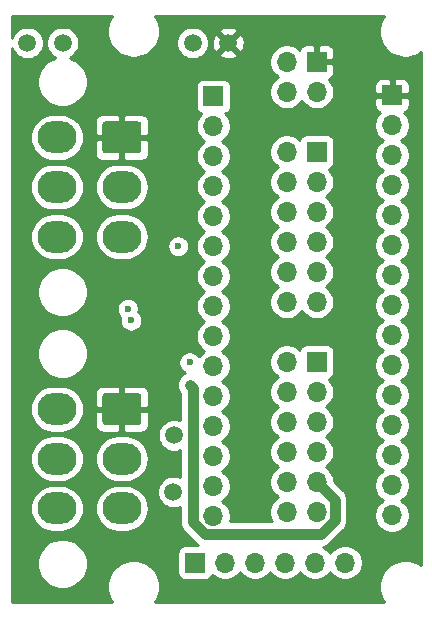
<source format=gbr>
G04 #@! TF.GenerationSoftware,KiCad,Pcbnew,(5.1.9)-1*
G04 #@! TF.CreationDate,2021-11-06T10:51:06-06:00*
G04 #@! TF.ProjectId,ABSIS_Nano,41425349-535f-44e6-916e-6f2e6b696361,1*
G04 #@! TF.SameCoordinates,Original*
G04 #@! TF.FileFunction,Copper,L3,Inr*
G04 #@! TF.FilePolarity,Positive*
%FSLAX46Y46*%
G04 Gerber Fmt 4.6, Leading zero omitted, Abs format (unit mm)*
G04 Created by KiCad (PCBNEW (5.1.9)-1) date 2021-11-06 10:51:06*
%MOMM*%
%LPD*%
G01*
G04 APERTURE LIST*
G04 #@! TA.AperFunction,ComponentPad*
%ADD10C,1.500000*%
G04 #@! TD*
G04 #@! TA.AperFunction,ComponentPad*
%ADD11R,1.700000X1.700000*%
G04 #@! TD*
G04 #@! TA.AperFunction,ComponentPad*
%ADD12O,1.700000X1.700000*%
G04 #@! TD*
G04 #@! TA.AperFunction,ComponentPad*
%ADD13O,3.300000X2.700000*%
G04 #@! TD*
G04 #@! TA.AperFunction,ViaPad*
%ADD14C,0.600000*%
G04 #@! TD*
G04 #@! TA.AperFunction,Conductor*
%ADD15C,0.914400*%
G04 #@! TD*
G04 #@! TA.AperFunction,Conductor*
%ADD16C,0.254000*%
G04 #@! TD*
G04 #@! TA.AperFunction,Conductor*
%ADD17C,0.100000*%
G04 #@! TD*
G04 APERTURE END LIST*
D10*
X136182100Y-104825800D03*
X136232900Y-100025200D03*
X126810000Y-66810000D03*
X137810000Y-66810000D03*
X123810000Y-66810000D03*
X140810000Y-66810000D03*
D11*
X148310000Y-68410000D03*
D12*
X145770000Y-68410000D03*
X148310000Y-70950000D03*
X145770000Y-70950000D03*
D13*
X126310000Y-106210000D03*
X126310000Y-102010000D03*
X126310000Y-97810000D03*
X131810000Y-106210000D03*
X131810000Y-102010000D03*
G04 #@! TA.AperFunction,ComponentPad*
G36*
G01*
X130410001Y-96460000D02*
X133209999Y-96460000D01*
G75*
G02*
X133460000Y-96710001I0J-250001D01*
G01*
X133460000Y-98909999D01*
G75*
G02*
X133209999Y-99160000I-250001J0D01*
G01*
X130410001Y-99160000D01*
G75*
G02*
X130160000Y-98909999I0J250001D01*
G01*
X130160000Y-96710001D01*
G75*
G02*
X130410001Y-96460000I250001J0D01*
G01*
G37*
G04 #@! TD.AperFunction*
X126310000Y-83210000D03*
X126310000Y-79010000D03*
X126310000Y-74810000D03*
X131810000Y-83210000D03*
X131810000Y-79010000D03*
G04 #@! TA.AperFunction,ComponentPad*
G36*
G01*
X130410001Y-73460000D02*
X133209999Y-73460000D01*
G75*
G02*
X133460000Y-73710001I0J-250001D01*
G01*
X133460000Y-75909999D01*
G75*
G02*
X133209999Y-76160000I-250001J0D01*
G01*
X130410001Y-76160000D01*
G75*
G02*
X130160000Y-75909999I0J250001D01*
G01*
X130160000Y-73710001D01*
G75*
G02*
X130410001Y-73460000I250001J0D01*
G01*
G37*
G04 #@! TD.AperFunction*
D12*
X150710000Y-110810000D03*
X148170000Y-110810000D03*
X145630000Y-110810000D03*
X143090000Y-110810000D03*
X140550000Y-110810000D03*
D11*
X138010000Y-110810000D03*
D12*
X145770000Y-106510000D03*
X148310000Y-106510000D03*
X145770000Y-103970000D03*
X148310000Y-103970000D03*
X145770000Y-101430000D03*
X148310000Y-101430000D03*
X145770000Y-98890000D03*
X148310000Y-98890000D03*
X145770000Y-96350000D03*
X148310000Y-96350000D03*
X145770000Y-93810000D03*
D11*
X148310000Y-93810000D03*
D12*
X145770000Y-88730000D03*
X148310000Y-88730000D03*
X145770000Y-86190000D03*
X148310000Y-86190000D03*
X145770000Y-83650000D03*
X148310000Y-83650000D03*
X145770000Y-81110000D03*
X148310000Y-81110000D03*
X145770000Y-78570000D03*
X148310000Y-78570000D03*
X145770000Y-76030000D03*
D11*
X148310000Y-76030000D03*
D12*
X139547600Y-106883200D03*
X139547600Y-104343200D03*
X139547600Y-101803200D03*
X139547600Y-99263200D03*
X139547600Y-96723200D03*
X139547600Y-94183200D03*
X139547600Y-91643200D03*
X139547600Y-89103200D03*
X139547600Y-86563200D03*
X139547600Y-84023200D03*
X139547600Y-81483200D03*
X139547600Y-78943200D03*
X139547600Y-76403200D03*
X139547600Y-73863200D03*
D11*
X139547600Y-71323200D03*
D12*
X154686000Y-106807000D03*
X154686000Y-104267000D03*
X154686000Y-101727000D03*
X154686000Y-99187000D03*
X154686000Y-96647000D03*
X154686000Y-94107000D03*
X154686000Y-91567000D03*
X154686000Y-89027000D03*
X154686000Y-86487000D03*
X154686000Y-83947000D03*
X154686000Y-81407000D03*
X154686000Y-78867000D03*
X154686000Y-76327000D03*
X154686000Y-73787000D03*
D11*
X154686000Y-71247000D03*
D14*
X137541000Y-93853000D03*
X136580510Y-84023200D03*
X137541000Y-95758000D03*
X137896000Y-97154000D03*
X137896000Y-96392000D03*
X132310000Y-89310000D03*
X132581390Y-90310000D03*
D15*
X149817201Y-105477201D02*
X148310000Y-103970000D01*
X149817201Y-107233457D02*
X149817201Y-105477201D01*
X148660257Y-108390401D02*
X149817201Y-107233457D01*
X138824143Y-108390401D02*
X148660257Y-108390401D01*
X137840999Y-107407257D02*
X138824143Y-108390401D01*
X137840999Y-96057999D02*
X137840999Y-107407257D01*
X137541000Y-95758000D02*
X137840999Y-96057999D01*
D16*
X130829369Y-64751331D02*
X130660890Y-65158075D01*
X130575000Y-65589872D01*
X130575000Y-66030128D01*
X130660890Y-66461925D01*
X130829369Y-66868669D01*
X131073962Y-67234729D01*
X131385271Y-67546038D01*
X131751331Y-67790631D01*
X132158075Y-67959110D01*
X132589872Y-68045000D01*
X133030128Y-68045000D01*
X133461925Y-67959110D01*
X133868669Y-67790631D01*
X134234729Y-67546038D01*
X134546038Y-67234729D01*
X134790631Y-66868669D01*
X134871435Y-66673589D01*
X136425000Y-66673589D01*
X136425000Y-66946411D01*
X136478225Y-67213989D01*
X136582629Y-67466043D01*
X136734201Y-67692886D01*
X136927114Y-67885799D01*
X137153957Y-68037371D01*
X137406011Y-68141775D01*
X137673589Y-68195000D01*
X137946411Y-68195000D01*
X138213989Y-68141775D01*
X138466043Y-68037371D01*
X138692886Y-67885799D01*
X138811692Y-67766993D01*
X140032612Y-67766993D01*
X140098137Y-68005860D01*
X140345116Y-68121760D01*
X140609960Y-68187250D01*
X140882492Y-68199812D01*
X141152238Y-68158965D01*
X141408832Y-68066277D01*
X141521863Y-68005860D01*
X141587388Y-67766993D01*
X140810000Y-66989605D01*
X140032612Y-67766993D01*
X138811692Y-67766993D01*
X138885799Y-67692886D01*
X139037371Y-67466043D01*
X139141775Y-67213989D01*
X139195000Y-66946411D01*
X139195000Y-66882492D01*
X139420188Y-66882492D01*
X139461035Y-67152238D01*
X139553723Y-67408832D01*
X139614140Y-67521863D01*
X139853007Y-67587388D01*
X140630395Y-66810000D01*
X140989605Y-66810000D01*
X141766993Y-67587388D01*
X142005860Y-67521863D01*
X142121760Y-67274884D01*
X142187250Y-67010040D01*
X142199812Y-66737508D01*
X142158965Y-66467762D01*
X142066277Y-66211168D01*
X142005860Y-66098137D01*
X141766993Y-66032612D01*
X140989605Y-66810000D01*
X140630395Y-66810000D01*
X139853007Y-66032612D01*
X139614140Y-66098137D01*
X139498240Y-66345116D01*
X139432750Y-66609960D01*
X139420188Y-66882492D01*
X139195000Y-66882492D01*
X139195000Y-66673589D01*
X139141775Y-66406011D01*
X139037371Y-66153957D01*
X138885799Y-65927114D01*
X138811692Y-65853007D01*
X140032612Y-65853007D01*
X140810000Y-66630395D01*
X141587388Y-65853007D01*
X141521863Y-65614140D01*
X141274884Y-65498240D01*
X141010040Y-65432750D01*
X140737508Y-65420188D01*
X140467762Y-65461035D01*
X140211168Y-65553723D01*
X140098137Y-65614140D01*
X140032612Y-65853007D01*
X138811692Y-65853007D01*
X138692886Y-65734201D01*
X138466043Y-65582629D01*
X138213989Y-65478225D01*
X137946411Y-65425000D01*
X137673589Y-65425000D01*
X137406011Y-65478225D01*
X137153957Y-65582629D01*
X136927114Y-65734201D01*
X136734201Y-65927114D01*
X136582629Y-66153957D01*
X136478225Y-66406011D01*
X136425000Y-66673589D01*
X134871435Y-66673589D01*
X134959110Y-66461925D01*
X135045000Y-66030128D01*
X135045000Y-65589872D01*
X134959110Y-65158075D01*
X134790631Y-64751331D01*
X134619356Y-64495000D01*
X154000644Y-64495000D01*
X153829369Y-64751331D01*
X153660890Y-65158075D01*
X153575000Y-65589872D01*
X153575000Y-66030128D01*
X153660890Y-66461925D01*
X153829369Y-66868669D01*
X154073962Y-67234729D01*
X154385271Y-67546038D01*
X154751331Y-67790631D01*
X155158075Y-67959110D01*
X155589872Y-68045000D01*
X156030128Y-68045000D01*
X156461925Y-67959110D01*
X156868669Y-67790631D01*
X157125001Y-67619356D01*
X157125000Y-111000644D01*
X156868669Y-110829369D01*
X156461925Y-110660890D01*
X156030128Y-110575000D01*
X155589872Y-110575000D01*
X155158075Y-110660890D01*
X154751331Y-110829369D01*
X154385271Y-111073962D01*
X154073962Y-111385271D01*
X153829369Y-111751331D01*
X153660890Y-112158075D01*
X153575000Y-112589872D01*
X153575000Y-113030128D01*
X153660890Y-113461925D01*
X153829369Y-113868669D01*
X154000644Y-114125000D01*
X134619356Y-114125000D01*
X134790631Y-113868669D01*
X134959110Y-113461925D01*
X135045000Y-113030128D01*
X135045000Y-112589872D01*
X134959110Y-112158075D01*
X134790631Y-111751331D01*
X134546038Y-111385271D01*
X134234729Y-111073962D01*
X133868669Y-110829369D01*
X133461925Y-110660890D01*
X133030128Y-110575000D01*
X132589872Y-110575000D01*
X132158075Y-110660890D01*
X131751331Y-110829369D01*
X131385271Y-111073962D01*
X131073962Y-111385271D01*
X130829369Y-111751331D01*
X130660890Y-112158075D01*
X130575000Y-112589872D01*
X130575000Y-113030128D01*
X130660890Y-113461925D01*
X130829369Y-113868669D01*
X131000644Y-114125000D01*
X122495000Y-114125000D01*
X122495000Y-110699721D01*
X124635000Y-110699721D01*
X124635000Y-111120279D01*
X124717047Y-111532756D01*
X124877988Y-111921302D01*
X125111637Y-112270983D01*
X125409017Y-112568363D01*
X125758698Y-112802012D01*
X126147244Y-112962953D01*
X126559721Y-113045000D01*
X126980279Y-113045000D01*
X127392756Y-112962953D01*
X127781302Y-112802012D01*
X128130983Y-112568363D01*
X128428363Y-112270983D01*
X128662012Y-111921302D01*
X128822953Y-111532756D01*
X128905000Y-111120279D01*
X128905000Y-110699721D01*
X128822953Y-110287244D01*
X128662012Y-109898698D01*
X128428363Y-109549017D01*
X128130983Y-109251637D01*
X127781302Y-109017988D01*
X127392756Y-108857047D01*
X126980279Y-108775000D01*
X126559721Y-108775000D01*
X126147244Y-108857047D01*
X125758698Y-109017988D01*
X125409017Y-109251637D01*
X125111637Y-109549017D01*
X124877988Y-109898698D01*
X124717047Y-110287244D01*
X124635000Y-110699721D01*
X122495000Y-110699721D01*
X122495000Y-106210000D01*
X124015396Y-106210000D01*
X124053722Y-106599128D01*
X124167226Y-106973302D01*
X124351547Y-107318143D01*
X124599602Y-107620398D01*
X124901857Y-107868453D01*
X125246698Y-108052774D01*
X125620872Y-108166278D01*
X125912490Y-108195000D01*
X126707510Y-108195000D01*
X126999128Y-108166278D01*
X127373302Y-108052774D01*
X127718143Y-107868453D01*
X128020398Y-107620398D01*
X128268453Y-107318143D01*
X128452774Y-106973302D01*
X128566278Y-106599128D01*
X128604604Y-106210000D01*
X129515396Y-106210000D01*
X129553722Y-106599128D01*
X129667226Y-106973302D01*
X129851547Y-107318143D01*
X130099602Y-107620398D01*
X130401857Y-107868453D01*
X130746698Y-108052774D01*
X131120872Y-108166278D01*
X131412490Y-108195000D01*
X132207510Y-108195000D01*
X132499128Y-108166278D01*
X132873302Y-108052774D01*
X133218143Y-107868453D01*
X133520398Y-107620398D01*
X133768453Y-107318143D01*
X133952774Y-106973302D01*
X134066278Y-106599128D01*
X134104604Y-106210000D01*
X134066278Y-105820872D01*
X133952774Y-105446698D01*
X133768453Y-105101857D01*
X133520398Y-104799602D01*
X133386104Y-104689389D01*
X134797100Y-104689389D01*
X134797100Y-104962211D01*
X134850325Y-105229789D01*
X134954729Y-105481843D01*
X135106301Y-105708686D01*
X135299214Y-105901599D01*
X135526057Y-106053171D01*
X135778111Y-106157575D01*
X136045689Y-106210800D01*
X136318511Y-106210800D01*
X136586089Y-106157575D01*
X136748800Y-106090178D01*
X136748800Y-107353605D01*
X136743516Y-107407257D01*
X136764603Y-107621366D01*
X136827056Y-107827245D01*
X136874265Y-107915567D01*
X136928475Y-108016986D01*
X136957846Y-108052774D01*
X137015471Y-108122990D01*
X137064962Y-108183295D01*
X137106631Y-108217492D01*
X138013907Y-109124769D01*
X138048105Y-109166439D01*
X138089774Y-109200636D01*
X138089776Y-109200638D01*
X138214413Y-109302925D01*
X138214414Y-109302926D01*
X138249964Y-109321928D01*
X137160000Y-109321928D01*
X137035518Y-109334188D01*
X136915820Y-109370498D01*
X136805506Y-109429463D01*
X136708815Y-109508815D01*
X136629463Y-109605506D01*
X136570498Y-109715820D01*
X136534188Y-109835518D01*
X136521928Y-109960000D01*
X136521928Y-111660000D01*
X136534188Y-111784482D01*
X136570498Y-111904180D01*
X136629463Y-112014494D01*
X136708815Y-112111185D01*
X136805506Y-112190537D01*
X136915820Y-112249502D01*
X137035518Y-112285812D01*
X137160000Y-112298072D01*
X138860000Y-112298072D01*
X138984482Y-112285812D01*
X139104180Y-112249502D01*
X139214494Y-112190537D01*
X139311185Y-112111185D01*
X139390537Y-112014494D01*
X139449502Y-111904180D01*
X139471513Y-111831620D01*
X139603368Y-111963475D01*
X139846589Y-112125990D01*
X140116842Y-112237932D01*
X140403740Y-112295000D01*
X140696260Y-112295000D01*
X140983158Y-112237932D01*
X141253411Y-112125990D01*
X141496632Y-111963475D01*
X141703475Y-111756632D01*
X141820000Y-111582240D01*
X141936525Y-111756632D01*
X142143368Y-111963475D01*
X142386589Y-112125990D01*
X142656842Y-112237932D01*
X142943740Y-112295000D01*
X143236260Y-112295000D01*
X143523158Y-112237932D01*
X143793411Y-112125990D01*
X144036632Y-111963475D01*
X144243475Y-111756632D01*
X144360000Y-111582240D01*
X144476525Y-111756632D01*
X144683368Y-111963475D01*
X144926589Y-112125990D01*
X145196842Y-112237932D01*
X145483740Y-112295000D01*
X145776260Y-112295000D01*
X146063158Y-112237932D01*
X146333411Y-112125990D01*
X146576632Y-111963475D01*
X146783475Y-111756632D01*
X146900000Y-111582240D01*
X147016525Y-111756632D01*
X147223368Y-111963475D01*
X147466589Y-112125990D01*
X147736842Y-112237932D01*
X148023740Y-112295000D01*
X148316260Y-112295000D01*
X148603158Y-112237932D01*
X148873411Y-112125990D01*
X149116632Y-111963475D01*
X149323475Y-111756632D01*
X149440000Y-111582240D01*
X149556525Y-111756632D01*
X149763368Y-111963475D01*
X150006589Y-112125990D01*
X150276842Y-112237932D01*
X150563740Y-112295000D01*
X150856260Y-112295000D01*
X151143158Y-112237932D01*
X151413411Y-112125990D01*
X151656632Y-111963475D01*
X151863475Y-111756632D01*
X152025990Y-111513411D01*
X152137932Y-111243158D01*
X152195000Y-110956260D01*
X152195000Y-110663740D01*
X152137932Y-110376842D01*
X152025990Y-110106589D01*
X151863475Y-109863368D01*
X151656632Y-109656525D01*
X151413411Y-109494010D01*
X151143158Y-109382068D01*
X150856260Y-109325000D01*
X150563740Y-109325000D01*
X150276842Y-109382068D01*
X150006589Y-109494010D01*
X149763368Y-109656525D01*
X149556525Y-109863368D01*
X149440000Y-110037760D01*
X149323475Y-109863368D01*
X149116632Y-109656525D01*
X148873411Y-109494010D01*
X148820517Y-109472101D01*
X148874366Y-109466797D01*
X149080246Y-109404344D01*
X149269986Y-109302926D01*
X149436295Y-109166439D01*
X149470497Y-109124765D01*
X150551569Y-108043693D01*
X150593239Y-108009495D01*
X150729726Y-107843186D01*
X150831144Y-107653446D01*
X150884403Y-107477876D01*
X150893597Y-107447567D01*
X150897567Y-107407257D01*
X150909401Y-107287106D01*
X150909401Y-107287099D01*
X150914684Y-107233457D01*
X150909401Y-107179816D01*
X150909401Y-105530842D01*
X150914684Y-105477200D01*
X150909401Y-105423559D01*
X150909401Y-105423552D01*
X150893597Y-105263092D01*
X150831144Y-105057212D01*
X150729726Y-104867472D01*
X150593239Y-104701163D01*
X150551569Y-104666966D01*
X149795000Y-103910397D01*
X149795000Y-103823740D01*
X149737932Y-103536842D01*
X149625990Y-103266589D01*
X149463475Y-103023368D01*
X149256632Y-102816525D01*
X149082240Y-102700000D01*
X149256632Y-102583475D01*
X149463475Y-102376632D01*
X149625990Y-102133411D01*
X149737932Y-101863158D01*
X149795000Y-101576260D01*
X149795000Y-101283740D01*
X149737932Y-100996842D01*
X149625990Y-100726589D01*
X149463475Y-100483368D01*
X149256632Y-100276525D01*
X149082240Y-100160000D01*
X149256632Y-100043475D01*
X149463475Y-99836632D01*
X149625990Y-99593411D01*
X149737932Y-99323158D01*
X149795000Y-99036260D01*
X149795000Y-98743740D01*
X149737932Y-98456842D01*
X149625990Y-98186589D01*
X149463475Y-97943368D01*
X149256632Y-97736525D01*
X149082240Y-97620000D01*
X149256632Y-97503475D01*
X149463475Y-97296632D01*
X149625990Y-97053411D01*
X149737932Y-96783158D01*
X149795000Y-96496260D01*
X149795000Y-96203740D01*
X149737932Y-95916842D01*
X149625990Y-95646589D01*
X149463475Y-95403368D01*
X149331620Y-95271513D01*
X149404180Y-95249502D01*
X149514494Y-95190537D01*
X149611185Y-95111185D01*
X149690537Y-95014494D01*
X149749502Y-94904180D01*
X149785812Y-94784482D01*
X149798072Y-94660000D01*
X149798072Y-92960000D01*
X149785812Y-92835518D01*
X149749502Y-92715820D01*
X149690537Y-92605506D01*
X149611185Y-92508815D01*
X149514494Y-92429463D01*
X149404180Y-92370498D01*
X149284482Y-92334188D01*
X149160000Y-92321928D01*
X147460000Y-92321928D01*
X147335518Y-92334188D01*
X147215820Y-92370498D01*
X147105506Y-92429463D01*
X147008815Y-92508815D01*
X146929463Y-92605506D01*
X146870498Y-92715820D01*
X146848487Y-92788380D01*
X146716632Y-92656525D01*
X146473411Y-92494010D01*
X146203158Y-92382068D01*
X145916260Y-92325000D01*
X145623740Y-92325000D01*
X145336842Y-92382068D01*
X145066589Y-92494010D01*
X144823368Y-92656525D01*
X144616525Y-92863368D01*
X144454010Y-93106589D01*
X144342068Y-93376842D01*
X144285000Y-93663740D01*
X144285000Y-93956260D01*
X144342068Y-94243158D01*
X144454010Y-94513411D01*
X144616525Y-94756632D01*
X144823368Y-94963475D01*
X144997760Y-95080000D01*
X144823368Y-95196525D01*
X144616525Y-95403368D01*
X144454010Y-95646589D01*
X144342068Y-95916842D01*
X144285000Y-96203740D01*
X144285000Y-96496260D01*
X144342068Y-96783158D01*
X144454010Y-97053411D01*
X144616525Y-97296632D01*
X144823368Y-97503475D01*
X144997760Y-97620000D01*
X144823368Y-97736525D01*
X144616525Y-97943368D01*
X144454010Y-98186589D01*
X144342068Y-98456842D01*
X144285000Y-98743740D01*
X144285000Y-99036260D01*
X144342068Y-99323158D01*
X144454010Y-99593411D01*
X144616525Y-99836632D01*
X144823368Y-100043475D01*
X144997760Y-100160000D01*
X144823368Y-100276525D01*
X144616525Y-100483368D01*
X144454010Y-100726589D01*
X144342068Y-100996842D01*
X144285000Y-101283740D01*
X144285000Y-101576260D01*
X144342068Y-101863158D01*
X144454010Y-102133411D01*
X144616525Y-102376632D01*
X144823368Y-102583475D01*
X144997760Y-102700000D01*
X144823368Y-102816525D01*
X144616525Y-103023368D01*
X144454010Y-103266589D01*
X144342068Y-103536842D01*
X144285000Y-103823740D01*
X144285000Y-104116260D01*
X144342068Y-104403158D01*
X144454010Y-104673411D01*
X144616525Y-104916632D01*
X144823368Y-105123475D01*
X144997760Y-105240000D01*
X144823368Y-105356525D01*
X144616525Y-105563368D01*
X144454010Y-105806589D01*
X144342068Y-106076842D01*
X144285000Y-106363740D01*
X144285000Y-106656260D01*
X144342068Y-106943158D01*
X144454010Y-107213411D01*
X144510665Y-107298201D01*
X140979144Y-107298201D01*
X141032600Y-107029460D01*
X141032600Y-106736940D01*
X140975532Y-106450042D01*
X140863590Y-106179789D01*
X140701075Y-105936568D01*
X140494232Y-105729725D01*
X140319840Y-105613200D01*
X140494232Y-105496675D01*
X140701075Y-105289832D01*
X140863590Y-105046611D01*
X140975532Y-104776358D01*
X141032600Y-104489460D01*
X141032600Y-104196940D01*
X140975532Y-103910042D01*
X140863590Y-103639789D01*
X140701075Y-103396568D01*
X140494232Y-103189725D01*
X140319840Y-103073200D01*
X140494232Y-102956675D01*
X140701075Y-102749832D01*
X140863590Y-102506611D01*
X140975532Y-102236358D01*
X141032600Y-101949460D01*
X141032600Y-101656940D01*
X140975532Y-101370042D01*
X140863590Y-101099789D01*
X140701075Y-100856568D01*
X140494232Y-100649725D01*
X140319840Y-100533200D01*
X140494232Y-100416675D01*
X140701075Y-100209832D01*
X140863590Y-99966611D01*
X140975532Y-99696358D01*
X141032600Y-99409460D01*
X141032600Y-99116940D01*
X140975532Y-98830042D01*
X140863590Y-98559789D01*
X140701075Y-98316568D01*
X140494232Y-98109725D01*
X140319840Y-97993200D01*
X140494232Y-97876675D01*
X140701075Y-97669832D01*
X140863590Y-97426611D01*
X140975532Y-97156358D01*
X141032600Y-96869460D01*
X141032600Y-96576940D01*
X140975532Y-96290042D01*
X140863590Y-96019789D01*
X140701075Y-95776568D01*
X140494232Y-95569725D01*
X140319840Y-95453200D01*
X140494232Y-95336675D01*
X140701075Y-95129832D01*
X140863590Y-94886611D01*
X140975532Y-94616358D01*
X141032600Y-94329460D01*
X141032600Y-94036940D01*
X140975532Y-93750042D01*
X140863590Y-93479789D01*
X140701075Y-93236568D01*
X140494232Y-93029725D01*
X140319840Y-92913200D01*
X140494232Y-92796675D01*
X140701075Y-92589832D01*
X140863590Y-92346611D01*
X140975532Y-92076358D01*
X141032600Y-91789460D01*
X141032600Y-91496940D01*
X140975532Y-91210042D01*
X140863590Y-90939789D01*
X140701075Y-90696568D01*
X140494232Y-90489725D01*
X140319840Y-90373200D01*
X140494232Y-90256675D01*
X140701075Y-90049832D01*
X140863590Y-89806611D01*
X140975532Y-89536358D01*
X141032600Y-89249460D01*
X141032600Y-88956940D01*
X140975532Y-88670042D01*
X140863590Y-88399789D01*
X140701075Y-88156568D01*
X140494232Y-87949725D01*
X140319840Y-87833200D01*
X140494232Y-87716675D01*
X140701075Y-87509832D01*
X140863590Y-87266611D01*
X140975532Y-86996358D01*
X141032600Y-86709460D01*
X141032600Y-86416940D01*
X140975532Y-86130042D01*
X140863590Y-85859789D01*
X140701075Y-85616568D01*
X140494232Y-85409725D01*
X140319840Y-85293200D01*
X140494232Y-85176675D01*
X140701075Y-84969832D01*
X140863590Y-84726611D01*
X140975532Y-84456358D01*
X141032600Y-84169460D01*
X141032600Y-83876940D01*
X140975532Y-83590042D01*
X140863590Y-83319789D01*
X140701075Y-83076568D01*
X140494232Y-82869725D01*
X140319840Y-82753200D01*
X140494232Y-82636675D01*
X140701075Y-82429832D01*
X140863590Y-82186611D01*
X140975532Y-81916358D01*
X141032600Y-81629460D01*
X141032600Y-81336940D01*
X140975532Y-81050042D01*
X140863590Y-80779789D01*
X140701075Y-80536568D01*
X140494232Y-80329725D01*
X140319840Y-80213200D01*
X140494232Y-80096675D01*
X140701075Y-79889832D01*
X140863590Y-79646611D01*
X140975532Y-79376358D01*
X141032600Y-79089460D01*
X141032600Y-78796940D01*
X140975532Y-78510042D01*
X140863590Y-78239789D01*
X140701075Y-77996568D01*
X140494232Y-77789725D01*
X140319840Y-77673200D01*
X140494232Y-77556675D01*
X140701075Y-77349832D01*
X140863590Y-77106611D01*
X140975532Y-76836358D01*
X141032600Y-76549460D01*
X141032600Y-76256940D01*
X140975532Y-75970042D01*
X140939785Y-75883740D01*
X144285000Y-75883740D01*
X144285000Y-76176260D01*
X144342068Y-76463158D01*
X144454010Y-76733411D01*
X144616525Y-76976632D01*
X144823368Y-77183475D01*
X144997760Y-77300000D01*
X144823368Y-77416525D01*
X144616525Y-77623368D01*
X144454010Y-77866589D01*
X144342068Y-78136842D01*
X144285000Y-78423740D01*
X144285000Y-78716260D01*
X144342068Y-79003158D01*
X144454010Y-79273411D01*
X144616525Y-79516632D01*
X144823368Y-79723475D01*
X144997760Y-79840000D01*
X144823368Y-79956525D01*
X144616525Y-80163368D01*
X144454010Y-80406589D01*
X144342068Y-80676842D01*
X144285000Y-80963740D01*
X144285000Y-81256260D01*
X144342068Y-81543158D01*
X144454010Y-81813411D01*
X144616525Y-82056632D01*
X144823368Y-82263475D01*
X144997760Y-82380000D01*
X144823368Y-82496525D01*
X144616525Y-82703368D01*
X144454010Y-82946589D01*
X144342068Y-83216842D01*
X144285000Y-83503740D01*
X144285000Y-83796260D01*
X144342068Y-84083158D01*
X144454010Y-84353411D01*
X144616525Y-84596632D01*
X144823368Y-84803475D01*
X144997760Y-84920000D01*
X144823368Y-85036525D01*
X144616525Y-85243368D01*
X144454010Y-85486589D01*
X144342068Y-85756842D01*
X144285000Y-86043740D01*
X144285000Y-86336260D01*
X144342068Y-86623158D01*
X144454010Y-86893411D01*
X144616525Y-87136632D01*
X144823368Y-87343475D01*
X144997760Y-87460000D01*
X144823368Y-87576525D01*
X144616525Y-87783368D01*
X144454010Y-88026589D01*
X144342068Y-88296842D01*
X144285000Y-88583740D01*
X144285000Y-88876260D01*
X144342068Y-89163158D01*
X144454010Y-89433411D01*
X144616525Y-89676632D01*
X144823368Y-89883475D01*
X145066589Y-90045990D01*
X145336842Y-90157932D01*
X145623740Y-90215000D01*
X145916260Y-90215000D01*
X146203158Y-90157932D01*
X146473411Y-90045990D01*
X146716632Y-89883475D01*
X146923475Y-89676632D01*
X147040000Y-89502240D01*
X147156525Y-89676632D01*
X147363368Y-89883475D01*
X147606589Y-90045990D01*
X147876842Y-90157932D01*
X148163740Y-90215000D01*
X148456260Y-90215000D01*
X148743158Y-90157932D01*
X149013411Y-90045990D01*
X149256632Y-89883475D01*
X149463475Y-89676632D01*
X149625990Y-89433411D01*
X149737932Y-89163158D01*
X149795000Y-88876260D01*
X149795000Y-88583740D01*
X149737932Y-88296842D01*
X149625990Y-88026589D01*
X149463475Y-87783368D01*
X149256632Y-87576525D01*
X149082240Y-87460000D01*
X149256632Y-87343475D01*
X149463475Y-87136632D01*
X149625990Y-86893411D01*
X149737932Y-86623158D01*
X149795000Y-86336260D01*
X149795000Y-86043740D01*
X149737932Y-85756842D01*
X149625990Y-85486589D01*
X149463475Y-85243368D01*
X149256632Y-85036525D01*
X149082240Y-84920000D01*
X149256632Y-84803475D01*
X149463475Y-84596632D01*
X149625990Y-84353411D01*
X149737932Y-84083158D01*
X149795000Y-83796260D01*
X149795000Y-83503740D01*
X149737932Y-83216842D01*
X149625990Y-82946589D01*
X149463475Y-82703368D01*
X149256632Y-82496525D01*
X149082240Y-82380000D01*
X149256632Y-82263475D01*
X149463475Y-82056632D01*
X149625990Y-81813411D01*
X149737932Y-81543158D01*
X149795000Y-81256260D01*
X149795000Y-80963740D01*
X149737932Y-80676842D01*
X149625990Y-80406589D01*
X149463475Y-80163368D01*
X149256632Y-79956525D01*
X149082240Y-79840000D01*
X149256632Y-79723475D01*
X149463475Y-79516632D01*
X149625990Y-79273411D01*
X149737932Y-79003158D01*
X149795000Y-78716260D01*
X149795000Y-78423740D01*
X149737932Y-78136842D01*
X149625990Y-77866589D01*
X149463475Y-77623368D01*
X149331620Y-77491513D01*
X149404180Y-77469502D01*
X149514494Y-77410537D01*
X149611185Y-77331185D01*
X149690537Y-77234494D01*
X149749502Y-77124180D01*
X149785812Y-77004482D01*
X149798072Y-76880000D01*
X149798072Y-75180000D01*
X149785812Y-75055518D01*
X149749502Y-74935820D01*
X149690537Y-74825506D01*
X149611185Y-74728815D01*
X149514494Y-74649463D01*
X149404180Y-74590498D01*
X149284482Y-74554188D01*
X149160000Y-74541928D01*
X147460000Y-74541928D01*
X147335518Y-74554188D01*
X147215820Y-74590498D01*
X147105506Y-74649463D01*
X147008815Y-74728815D01*
X146929463Y-74825506D01*
X146870498Y-74935820D01*
X146848487Y-75008380D01*
X146716632Y-74876525D01*
X146473411Y-74714010D01*
X146203158Y-74602068D01*
X145916260Y-74545000D01*
X145623740Y-74545000D01*
X145336842Y-74602068D01*
X145066589Y-74714010D01*
X144823368Y-74876525D01*
X144616525Y-75083368D01*
X144454010Y-75326589D01*
X144342068Y-75596842D01*
X144285000Y-75883740D01*
X140939785Y-75883740D01*
X140863590Y-75699789D01*
X140701075Y-75456568D01*
X140494232Y-75249725D01*
X140319840Y-75133200D01*
X140494232Y-75016675D01*
X140701075Y-74809832D01*
X140863590Y-74566611D01*
X140975532Y-74296358D01*
X141032600Y-74009460D01*
X141032600Y-73716940D01*
X140975532Y-73430042D01*
X140863590Y-73159789D01*
X140701075Y-72916568D01*
X140569220Y-72784713D01*
X140641780Y-72762702D01*
X140752094Y-72703737D01*
X140848785Y-72624385D01*
X140928137Y-72527694D01*
X140987102Y-72417380D01*
X141023412Y-72297682D01*
X141035672Y-72173200D01*
X141035672Y-70473200D01*
X141023412Y-70348718D01*
X140987102Y-70229020D01*
X140928137Y-70118706D01*
X140848785Y-70022015D01*
X140752094Y-69942663D01*
X140641780Y-69883698D01*
X140522082Y-69847388D01*
X140397600Y-69835128D01*
X138697600Y-69835128D01*
X138573118Y-69847388D01*
X138453420Y-69883698D01*
X138343106Y-69942663D01*
X138246415Y-70022015D01*
X138167063Y-70118706D01*
X138108098Y-70229020D01*
X138071788Y-70348718D01*
X138059528Y-70473200D01*
X138059528Y-72173200D01*
X138071788Y-72297682D01*
X138108098Y-72417380D01*
X138167063Y-72527694D01*
X138246415Y-72624385D01*
X138343106Y-72703737D01*
X138453420Y-72762702D01*
X138525980Y-72784713D01*
X138394125Y-72916568D01*
X138231610Y-73159789D01*
X138119668Y-73430042D01*
X138062600Y-73716940D01*
X138062600Y-74009460D01*
X138119668Y-74296358D01*
X138231610Y-74566611D01*
X138394125Y-74809832D01*
X138600968Y-75016675D01*
X138775360Y-75133200D01*
X138600968Y-75249725D01*
X138394125Y-75456568D01*
X138231610Y-75699789D01*
X138119668Y-75970042D01*
X138062600Y-76256940D01*
X138062600Y-76549460D01*
X138119668Y-76836358D01*
X138231610Y-77106611D01*
X138394125Y-77349832D01*
X138600968Y-77556675D01*
X138775360Y-77673200D01*
X138600968Y-77789725D01*
X138394125Y-77996568D01*
X138231610Y-78239789D01*
X138119668Y-78510042D01*
X138062600Y-78796940D01*
X138062600Y-79089460D01*
X138119668Y-79376358D01*
X138231610Y-79646611D01*
X138394125Y-79889832D01*
X138600968Y-80096675D01*
X138775360Y-80213200D01*
X138600968Y-80329725D01*
X138394125Y-80536568D01*
X138231610Y-80779789D01*
X138119668Y-81050042D01*
X138062600Y-81336940D01*
X138062600Y-81629460D01*
X138119668Y-81916358D01*
X138231610Y-82186611D01*
X138394125Y-82429832D01*
X138600968Y-82636675D01*
X138775360Y-82753200D01*
X138600968Y-82869725D01*
X138394125Y-83076568D01*
X138231610Y-83319789D01*
X138119668Y-83590042D01*
X138062600Y-83876940D01*
X138062600Y-84169460D01*
X138119668Y-84456358D01*
X138231610Y-84726611D01*
X138394125Y-84969832D01*
X138600968Y-85176675D01*
X138775360Y-85293200D01*
X138600968Y-85409725D01*
X138394125Y-85616568D01*
X138231610Y-85859789D01*
X138119668Y-86130042D01*
X138062600Y-86416940D01*
X138062600Y-86709460D01*
X138119668Y-86996358D01*
X138231610Y-87266611D01*
X138394125Y-87509832D01*
X138600968Y-87716675D01*
X138775360Y-87833200D01*
X138600968Y-87949725D01*
X138394125Y-88156568D01*
X138231610Y-88399789D01*
X138119668Y-88670042D01*
X138062600Y-88956940D01*
X138062600Y-89249460D01*
X138119668Y-89536358D01*
X138231610Y-89806611D01*
X138394125Y-90049832D01*
X138600968Y-90256675D01*
X138775360Y-90373200D01*
X138600968Y-90489725D01*
X138394125Y-90696568D01*
X138231610Y-90939789D01*
X138119668Y-91210042D01*
X138062600Y-91496940D01*
X138062600Y-91789460D01*
X138119668Y-92076358D01*
X138231610Y-92346611D01*
X138394125Y-92589832D01*
X138600968Y-92796675D01*
X138775360Y-92913200D01*
X138600968Y-93029725D01*
X138394125Y-93236568D01*
X138323877Y-93341702D01*
X138267262Y-93256972D01*
X138137028Y-93126738D01*
X137983889Y-93024414D01*
X137813729Y-92953932D01*
X137633089Y-92918000D01*
X137448911Y-92918000D01*
X137268271Y-92953932D01*
X137098111Y-93024414D01*
X136944972Y-93126738D01*
X136814738Y-93256972D01*
X136712414Y-93410111D01*
X136641932Y-93580271D01*
X136606000Y-93760911D01*
X136606000Y-93945089D01*
X136641932Y-94125729D01*
X136712414Y-94295889D01*
X136814738Y-94449028D01*
X136944972Y-94579262D01*
X137098111Y-94681586D01*
X137194853Y-94721657D01*
X137121012Y-94744057D01*
X136931272Y-94845476D01*
X136764962Y-94981962D01*
X136628476Y-95148272D01*
X136527057Y-95338012D01*
X136464604Y-95543891D01*
X136443517Y-95758000D01*
X136464604Y-95972109D01*
X136527057Y-96177988D01*
X136628476Y-96367728D01*
X136730763Y-96492366D01*
X136748799Y-96510402D01*
X136748799Y-98739780D01*
X136636889Y-98693425D01*
X136369311Y-98640200D01*
X136096489Y-98640200D01*
X135828911Y-98693425D01*
X135576857Y-98797829D01*
X135350014Y-98949401D01*
X135157101Y-99142314D01*
X135005529Y-99369157D01*
X134901125Y-99621211D01*
X134847900Y-99888789D01*
X134847900Y-100161611D01*
X134901125Y-100429189D01*
X135005529Y-100681243D01*
X135157101Y-100908086D01*
X135350014Y-101100999D01*
X135576857Y-101252571D01*
X135828911Y-101356975D01*
X136096489Y-101410200D01*
X136369311Y-101410200D01*
X136636889Y-101356975D01*
X136748799Y-101310620D01*
X136748800Y-103561422D01*
X136586089Y-103494025D01*
X136318511Y-103440800D01*
X136045689Y-103440800D01*
X135778111Y-103494025D01*
X135526057Y-103598429D01*
X135299214Y-103750001D01*
X135106301Y-103942914D01*
X134954729Y-104169757D01*
X134850325Y-104421811D01*
X134797100Y-104689389D01*
X133386104Y-104689389D01*
X133218143Y-104551547D01*
X132873302Y-104367226D01*
X132499128Y-104253722D01*
X132207510Y-104225000D01*
X131412490Y-104225000D01*
X131120872Y-104253722D01*
X130746698Y-104367226D01*
X130401857Y-104551547D01*
X130099602Y-104799602D01*
X129851547Y-105101857D01*
X129667226Y-105446698D01*
X129553722Y-105820872D01*
X129515396Y-106210000D01*
X128604604Y-106210000D01*
X128566278Y-105820872D01*
X128452774Y-105446698D01*
X128268453Y-105101857D01*
X128020398Y-104799602D01*
X127718143Y-104551547D01*
X127373302Y-104367226D01*
X126999128Y-104253722D01*
X126707510Y-104225000D01*
X125912490Y-104225000D01*
X125620872Y-104253722D01*
X125246698Y-104367226D01*
X124901857Y-104551547D01*
X124599602Y-104799602D01*
X124351547Y-105101857D01*
X124167226Y-105446698D01*
X124053722Y-105820872D01*
X124015396Y-106210000D01*
X122495000Y-106210000D01*
X122495000Y-102010000D01*
X124015396Y-102010000D01*
X124053722Y-102399128D01*
X124167226Y-102773302D01*
X124351547Y-103118143D01*
X124599602Y-103420398D01*
X124901857Y-103668453D01*
X125246698Y-103852774D01*
X125620872Y-103966278D01*
X125912490Y-103995000D01*
X126707510Y-103995000D01*
X126999128Y-103966278D01*
X127373302Y-103852774D01*
X127718143Y-103668453D01*
X128020398Y-103420398D01*
X128268453Y-103118143D01*
X128452774Y-102773302D01*
X128566278Y-102399128D01*
X128604604Y-102010000D01*
X129515396Y-102010000D01*
X129553722Y-102399128D01*
X129667226Y-102773302D01*
X129851547Y-103118143D01*
X130099602Y-103420398D01*
X130401857Y-103668453D01*
X130746698Y-103852774D01*
X131120872Y-103966278D01*
X131412490Y-103995000D01*
X132207510Y-103995000D01*
X132499128Y-103966278D01*
X132873302Y-103852774D01*
X133218143Y-103668453D01*
X133520398Y-103420398D01*
X133768453Y-103118143D01*
X133952774Y-102773302D01*
X134066278Y-102399128D01*
X134104604Y-102010000D01*
X134066278Y-101620872D01*
X133952774Y-101246698D01*
X133768453Y-100901857D01*
X133520398Y-100599602D01*
X133218143Y-100351547D01*
X132873302Y-100167226D01*
X132499128Y-100053722D01*
X132207510Y-100025000D01*
X131412490Y-100025000D01*
X131120872Y-100053722D01*
X130746698Y-100167226D01*
X130401857Y-100351547D01*
X130099602Y-100599602D01*
X129851547Y-100901857D01*
X129667226Y-101246698D01*
X129553722Y-101620872D01*
X129515396Y-102010000D01*
X128604604Y-102010000D01*
X128566278Y-101620872D01*
X128452774Y-101246698D01*
X128268453Y-100901857D01*
X128020398Y-100599602D01*
X127718143Y-100351547D01*
X127373302Y-100167226D01*
X126999128Y-100053722D01*
X126707510Y-100025000D01*
X125912490Y-100025000D01*
X125620872Y-100053722D01*
X125246698Y-100167226D01*
X124901857Y-100351547D01*
X124599602Y-100599602D01*
X124351547Y-100901857D01*
X124167226Y-101246698D01*
X124053722Y-101620872D01*
X124015396Y-102010000D01*
X122495000Y-102010000D01*
X122495000Y-97810000D01*
X124015396Y-97810000D01*
X124053722Y-98199128D01*
X124167226Y-98573302D01*
X124351547Y-98918143D01*
X124599602Y-99220398D01*
X124901857Y-99468453D01*
X125246698Y-99652774D01*
X125620872Y-99766278D01*
X125912490Y-99795000D01*
X126707510Y-99795000D01*
X126999128Y-99766278D01*
X127373302Y-99652774D01*
X127718143Y-99468453D01*
X128020398Y-99220398D01*
X128069965Y-99160000D01*
X129521928Y-99160000D01*
X129534188Y-99284482D01*
X129570498Y-99404180D01*
X129629463Y-99514494D01*
X129708815Y-99611185D01*
X129805506Y-99690537D01*
X129915820Y-99749502D01*
X130035518Y-99785812D01*
X130160000Y-99798072D01*
X131524250Y-99795000D01*
X131683000Y-99636250D01*
X131683000Y-97937000D01*
X131937000Y-97937000D01*
X131937000Y-99636250D01*
X132095750Y-99795000D01*
X133460000Y-99798072D01*
X133584482Y-99785812D01*
X133704180Y-99749502D01*
X133814494Y-99690537D01*
X133911185Y-99611185D01*
X133990537Y-99514494D01*
X134049502Y-99404180D01*
X134085812Y-99284482D01*
X134098072Y-99160000D01*
X134095000Y-98095750D01*
X133936250Y-97937000D01*
X131937000Y-97937000D01*
X131683000Y-97937000D01*
X129683750Y-97937000D01*
X129525000Y-98095750D01*
X129521928Y-99160000D01*
X128069965Y-99160000D01*
X128268453Y-98918143D01*
X128452774Y-98573302D01*
X128566278Y-98199128D01*
X128604604Y-97810000D01*
X128566278Y-97420872D01*
X128452774Y-97046698D01*
X128268453Y-96701857D01*
X128069966Y-96460000D01*
X129521928Y-96460000D01*
X129525000Y-97524250D01*
X129683750Y-97683000D01*
X131683000Y-97683000D01*
X131683000Y-95983750D01*
X131937000Y-95983750D01*
X131937000Y-97683000D01*
X133936250Y-97683000D01*
X134095000Y-97524250D01*
X134098072Y-96460000D01*
X134085812Y-96335518D01*
X134049502Y-96215820D01*
X133990537Y-96105506D01*
X133911185Y-96008815D01*
X133814494Y-95929463D01*
X133704180Y-95870498D01*
X133584482Y-95834188D01*
X133460000Y-95821928D01*
X132095750Y-95825000D01*
X131937000Y-95983750D01*
X131683000Y-95983750D01*
X131524250Y-95825000D01*
X130160000Y-95821928D01*
X130035518Y-95834188D01*
X129915820Y-95870498D01*
X129805506Y-95929463D01*
X129708815Y-96008815D01*
X129629463Y-96105506D01*
X129570498Y-96215820D01*
X129534188Y-96335518D01*
X129521928Y-96460000D01*
X128069966Y-96460000D01*
X128020398Y-96399602D01*
X127718143Y-96151547D01*
X127373302Y-95967226D01*
X126999128Y-95853722D01*
X126707510Y-95825000D01*
X125912490Y-95825000D01*
X125620872Y-95853722D01*
X125246698Y-95967226D01*
X124901857Y-96151547D01*
X124599602Y-96399602D01*
X124351547Y-96701857D01*
X124167226Y-97046698D01*
X124053722Y-97420872D01*
X124015396Y-97810000D01*
X122495000Y-97810000D01*
X122495000Y-92899721D01*
X124635000Y-92899721D01*
X124635000Y-93320279D01*
X124717047Y-93732756D01*
X124877988Y-94121302D01*
X125111637Y-94470983D01*
X125409017Y-94768363D01*
X125758698Y-95002012D01*
X126147244Y-95162953D01*
X126559721Y-95245000D01*
X126980279Y-95245000D01*
X127392756Y-95162953D01*
X127781302Y-95002012D01*
X128130983Y-94768363D01*
X128428363Y-94470983D01*
X128662012Y-94121302D01*
X128822953Y-93732756D01*
X128905000Y-93320279D01*
X128905000Y-92899721D01*
X128822953Y-92487244D01*
X128662012Y-92098698D01*
X128428363Y-91749017D01*
X128130983Y-91451637D01*
X127781302Y-91217988D01*
X127392756Y-91057047D01*
X126980279Y-90975000D01*
X126559721Y-90975000D01*
X126147244Y-91057047D01*
X125758698Y-91217988D01*
X125409017Y-91451637D01*
X125111637Y-91749017D01*
X124877988Y-92098698D01*
X124717047Y-92487244D01*
X124635000Y-92899721D01*
X122495000Y-92899721D01*
X122495000Y-87699721D01*
X124635000Y-87699721D01*
X124635000Y-88120279D01*
X124717047Y-88532756D01*
X124877988Y-88921302D01*
X125111637Y-89270983D01*
X125409017Y-89568363D01*
X125758698Y-89802012D01*
X126147244Y-89962953D01*
X126559721Y-90045000D01*
X126980279Y-90045000D01*
X127392756Y-89962953D01*
X127781302Y-89802012D01*
X128130983Y-89568363D01*
X128428363Y-89270983D01*
X128463824Y-89217911D01*
X131375000Y-89217911D01*
X131375000Y-89402089D01*
X131410932Y-89582729D01*
X131481414Y-89752889D01*
X131583738Y-89906028D01*
X131691888Y-90014178D01*
X131682322Y-90037271D01*
X131646390Y-90217911D01*
X131646390Y-90402089D01*
X131682322Y-90582729D01*
X131752804Y-90752889D01*
X131855128Y-90906028D01*
X131985362Y-91036262D01*
X132138501Y-91138586D01*
X132308661Y-91209068D01*
X132489301Y-91245000D01*
X132673479Y-91245000D01*
X132854119Y-91209068D01*
X133024279Y-91138586D01*
X133177418Y-91036262D01*
X133307652Y-90906028D01*
X133409976Y-90752889D01*
X133480458Y-90582729D01*
X133516390Y-90402089D01*
X133516390Y-90217911D01*
X133480458Y-90037271D01*
X133409976Y-89867111D01*
X133307652Y-89713972D01*
X133199502Y-89605822D01*
X133209068Y-89582729D01*
X133245000Y-89402089D01*
X133245000Y-89217911D01*
X133209068Y-89037271D01*
X133138586Y-88867111D01*
X133036262Y-88713972D01*
X132906028Y-88583738D01*
X132752889Y-88481414D01*
X132582729Y-88410932D01*
X132402089Y-88375000D01*
X132217911Y-88375000D01*
X132037271Y-88410932D01*
X131867111Y-88481414D01*
X131713972Y-88583738D01*
X131583738Y-88713972D01*
X131481414Y-88867111D01*
X131410932Y-89037271D01*
X131375000Y-89217911D01*
X128463824Y-89217911D01*
X128662012Y-88921302D01*
X128822953Y-88532756D01*
X128905000Y-88120279D01*
X128905000Y-87699721D01*
X128822953Y-87287244D01*
X128662012Y-86898698D01*
X128428363Y-86549017D01*
X128130983Y-86251637D01*
X127781302Y-86017988D01*
X127392756Y-85857047D01*
X126980279Y-85775000D01*
X126559721Y-85775000D01*
X126147244Y-85857047D01*
X125758698Y-86017988D01*
X125409017Y-86251637D01*
X125111637Y-86549017D01*
X124877988Y-86898698D01*
X124717047Y-87287244D01*
X124635000Y-87699721D01*
X122495000Y-87699721D01*
X122495000Y-83210000D01*
X124015396Y-83210000D01*
X124053722Y-83599128D01*
X124167226Y-83973302D01*
X124351547Y-84318143D01*
X124599602Y-84620398D01*
X124901857Y-84868453D01*
X125246698Y-85052774D01*
X125620872Y-85166278D01*
X125912490Y-85195000D01*
X126707510Y-85195000D01*
X126999128Y-85166278D01*
X127373302Y-85052774D01*
X127718143Y-84868453D01*
X128020398Y-84620398D01*
X128268453Y-84318143D01*
X128452774Y-83973302D01*
X128566278Y-83599128D01*
X128604604Y-83210000D01*
X129515396Y-83210000D01*
X129553722Y-83599128D01*
X129667226Y-83973302D01*
X129851547Y-84318143D01*
X130099602Y-84620398D01*
X130401857Y-84868453D01*
X130746698Y-85052774D01*
X131120872Y-85166278D01*
X131412490Y-85195000D01*
X132207510Y-85195000D01*
X132499128Y-85166278D01*
X132873302Y-85052774D01*
X133218143Y-84868453D01*
X133520398Y-84620398D01*
X133768453Y-84318143D01*
X133952774Y-83973302D01*
X133965572Y-83931111D01*
X135645510Y-83931111D01*
X135645510Y-84115289D01*
X135681442Y-84295929D01*
X135751924Y-84466089D01*
X135854248Y-84619228D01*
X135984482Y-84749462D01*
X136137621Y-84851786D01*
X136307781Y-84922268D01*
X136488421Y-84958200D01*
X136672599Y-84958200D01*
X136853239Y-84922268D01*
X137023399Y-84851786D01*
X137176538Y-84749462D01*
X137306772Y-84619228D01*
X137409096Y-84466089D01*
X137479578Y-84295929D01*
X137515510Y-84115289D01*
X137515510Y-83931111D01*
X137479578Y-83750471D01*
X137409096Y-83580311D01*
X137306772Y-83427172D01*
X137176538Y-83296938D01*
X137023399Y-83194614D01*
X136853239Y-83124132D01*
X136672599Y-83088200D01*
X136488421Y-83088200D01*
X136307781Y-83124132D01*
X136137621Y-83194614D01*
X135984482Y-83296938D01*
X135854248Y-83427172D01*
X135751924Y-83580311D01*
X135681442Y-83750471D01*
X135645510Y-83931111D01*
X133965572Y-83931111D01*
X134066278Y-83599128D01*
X134104604Y-83210000D01*
X134066278Y-82820872D01*
X133952774Y-82446698D01*
X133768453Y-82101857D01*
X133520398Y-81799602D01*
X133218143Y-81551547D01*
X132873302Y-81367226D01*
X132499128Y-81253722D01*
X132207510Y-81225000D01*
X131412490Y-81225000D01*
X131120872Y-81253722D01*
X130746698Y-81367226D01*
X130401857Y-81551547D01*
X130099602Y-81799602D01*
X129851547Y-82101857D01*
X129667226Y-82446698D01*
X129553722Y-82820872D01*
X129515396Y-83210000D01*
X128604604Y-83210000D01*
X128566278Y-82820872D01*
X128452774Y-82446698D01*
X128268453Y-82101857D01*
X128020398Y-81799602D01*
X127718143Y-81551547D01*
X127373302Y-81367226D01*
X126999128Y-81253722D01*
X126707510Y-81225000D01*
X125912490Y-81225000D01*
X125620872Y-81253722D01*
X125246698Y-81367226D01*
X124901857Y-81551547D01*
X124599602Y-81799602D01*
X124351547Y-82101857D01*
X124167226Y-82446698D01*
X124053722Y-82820872D01*
X124015396Y-83210000D01*
X122495000Y-83210000D01*
X122495000Y-79010000D01*
X124015396Y-79010000D01*
X124053722Y-79399128D01*
X124167226Y-79773302D01*
X124351547Y-80118143D01*
X124599602Y-80420398D01*
X124901857Y-80668453D01*
X125246698Y-80852774D01*
X125620872Y-80966278D01*
X125912490Y-80995000D01*
X126707510Y-80995000D01*
X126999128Y-80966278D01*
X127373302Y-80852774D01*
X127718143Y-80668453D01*
X128020398Y-80420398D01*
X128268453Y-80118143D01*
X128452774Y-79773302D01*
X128566278Y-79399128D01*
X128604604Y-79010000D01*
X129515396Y-79010000D01*
X129553722Y-79399128D01*
X129667226Y-79773302D01*
X129851547Y-80118143D01*
X130099602Y-80420398D01*
X130401857Y-80668453D01*
X130746698Y-80852774D01*
X131120872Y-80966278D01*
X131412490Y-80995000D01*
X132207510Y-80995000D01*
X132499128Y-80966278D01*
X132873302Y-80852774D01*
X133218143Y-80668453D01*
X133520398Y-80420398D01*
X133768453Y-80118143D01*
X133952774Y-79773302D01*
X134066278Y-79399128D01*
X134104604Y-79010000D01*
X134066278Y-78620872D01*
X133952774Y-78246698D01*
X133768453Y-77901857D01*
X133520398Y-77599602D01*
X133218143Y-77351547D01*
X132873302Y-77167226D01*
X132499128Y-77053722D01*
X132207510Y-77025000D01*
X131412490Y-77025000D01*
X131120872Y-77053722D01*
X130746698Y-77167226D01*
X130401857Y-77351547D01*
X130099602Y-77599602D01*
X129851547Y-77901857D01*
X129667226Y-78246698D01*
X129553722Y-78620872D01*
X129515396Y-79010000D01*
X128604604Y-79010000D01*
X128566278Y-78620872D01*
X128452774Y-78246698D01*
X128268453Y-77901857D01*
X128020398Y-77599602D01*
X127718143Y-77351547D01*
X127373302Y-77167226D01*
X126999128Y-77053722D01*
X126707510Y-77025000D01*
X125912490Y-77025000D01*
X125620872Y-77053722D01*
X125246698Y-77167226D01*
X124901857Y-77351547D01*
X124599602Y-77599602D01*
X124351547Y-77901857D01*
X124167226Y-78246698D01*
X124053722Y-78620872D01*
X124015396Y-79010000D01*
X122495000Y-79010000D01*
X122495000Y-74810000D01*
X124015396Y-74810000D01*
X124053722Y-75199128D01*
X124167226Y-75573302D01*
X124351547Y-75918143D01*
X124599602Y-76220398D01*
X124901857Y-76468453D01*
X125246698Y-76652774D01*
X125620872Y-76766278D01*
X125912490Y-76795000D01*
X126707510Y-76795000D01*
X126999128Y-76766278D01*
X127373302Y-76652774D01*
X127718143Y-76468453D01*
X128020398Y-76220398D01*
X128069965Y-76160000D01*
X129521928Y-76160000D01*
X129534188Y-76284482D01*
X129570498Y-76404180D01*
X129629463Y-76514494D01*
X129708815Y-76611185D01*
X129805506Y-76690537D01*
X129915820Y-76749502D01*
X130035518Y-76785812D01*
X130160000Y-76798072D01*
X131524250Y-76795000D01*
X131683000Y-76636250D01*
X131683000Y-74937000D01*
X131937000Y-74937000D01*
X131937000Y-76636250D01*
X132095750Y-76795000D01*
X133460000Y-76798072D01*
X133584482Y-76785812D01*
X133704180Y-76749502D01*
X133814494Y-76690537D01*
X133911185Y-76611185D01*
X133990537Y-76514494D01*
X134049502Y-76404180D01*
X134085812Y-76284482D01*
X134098072Y-76160000D01*
X134095000Y-75095750D01*
X133936250Y-74937000D01*
X131937000Y-74937000D01*
X131683000Y-74937000D01*
X129683750Y-74937000D01*
X129525000Y-75095750D01*
X129521928Y-76160000D01*
X128069965Y-76160000D01*
X128268453Y-75918143D01*
X128452774Y-75573302D01*
X128566278Y-75199128D01*
X128604604Y-74810000D01*
X128566278Y-74420872D01*
X128452774Y-74046698D01*
X128268453Y-73701857D01*
X128069966Y-73460000D01*
X129521928Y-73460000D01*
X129525000Y-74524250D01*
X129683750Y-74683000D01*
X131683000Y-74683000D01*
X131683000Y-72983750D01*
X131937000Y-72983750D01*
X131937000Y-74683000D01*
X133936250Y-74683000D01*
X134095000Y-74524250D01*
X134098072Y-73460000D01*
X134085812Y-73335518D01*
X134049502Y-73215820D01*
X133990537Y-73105506D01*
X133911185Y-73008815D01*
X133814494Y-72929463D01*
X133704180Y-72870498D01*
X133584482Y-72834188D01*
X133460000Y-72821928D01*
X132095750Y-72825000D01*
X131937000Y-72983750D01*
X131683000Y-72983750D01*
X131524250Y-72825000D01*
X130160000Y-72821928D01*
X130035518Y-72834188D01*
X129915820Y-72870498D01*
X129805506Y-72929463D01*
X129708815Y-73008815D01*
X129629463Y-73105506D01*
X129570498Y-73215820D01*
X129534188Y-73335518D01*
X129521928Y-73460000D01*
X128069966Y-73460000D01*
X128020398Y-73399602D01*
X127718143Y-73151547D01*
X127373302Y-72967226D01*
X126999128Y-72853722D01*
X126707510Y-72825000D01*
X125912490Y-72825000D01*
X125620872Y-72853722D01*
X125246698Y-72967226D01*
X124901857Y-73151547D01*
X124599602Y-73399602D01*
X124351547Y-73701857D01*
X124167226Y-74046698D01*
X124053722Y-74420872D01*
X124015396Y-74810000D01*
X122495000Y-74810000D01*
X122495000Y-69899721D01*
X124635000Y-69899721D01*
X124635000Y-70320279D01*
X124717047Y-70732756D01*
X124877988Y-71121302D01*
X125111637Y-71470983D01*
X125409017Y-71768363D01*
X125758698Y-72002012D01*
X126147244Y-72162953D01*
X126559721Y-72245000D01*
X126980279Y-72245000D01*
X127392756Y-72162953D01*
X127781302Y-72002012D01*
X128130983Y-71768363D01*
X128428363Y-71470983D01*
X128662012Y-71121302D01*
X128822953Y-70732756D01*
X128905000Y-70320279D01*
X128905000Y-69899721D01*
X128822953Y-69487244D01*
X128662012Y-69098698D01*
X128428363Y-68749017D01*
X128130983Y-68451637D01*
X127849775Y-68263740D01*
X144285000Y-68263740D01*
X144285000Y-68556260D01*
X144342068Y-68843158D01*
X144454010Y-69113411D01*
X144616525Y-69356632D01*
X144823368Y-69563475D01*
X144997760Y-69680000D01*
X144823368Y-69796525D01*
X144616525Y-70003368D01*
X144454010Y-70246589D01*
X144342068Y-70516842D01*
X144285000Y-70803740D01*
X144285000Y-71096260D01*
X144342068Y-71383158D01*
X144454010Y-71653411D01*
X144616525Y-71896632D01*
X144823368Y-72103475D01*
X145066589Y-72265990D01*
X145336842Y-72377932D01*
X145623740Y-72435000D01*
X145916260Y-72435000D01*
X146203158Y-72377932D01*
X146473411Y-72265990D01*
X146716632Y-72103475D01*
X146923475Y-71896632D01*
X147040000Y-71722240D01*
X147156525Y-71896632D01*
X147363368Y-72103475D01*
X147606589Y-72265990D01*
X147876842Y-72377932D01*
X148163740Y-72435000D01*
X148456260Y-72435000D01*
X148743158Y-72377932D01*
X149013411Y-72265990D01*
X149256632Y-72103475D01*
X149263107Y-72097000D01*
X153197928Y-72097000D01*
X153210188Y-72221482D01*
X153246498Y-72341180D01*
X153305463Y-72451494D01*
X153384815Y-72548185D01*
X153481506Y-72627537D01*
X153591820Y-72686502D01*
X153664380Y-72708513D01*
X153532525Y-72840368D01*
X153370010Y-73083589D01*
X153258068Y-73353842D01*
X153201000Y-73640740D01*
X153201000Y-73933260D01*
X153258068Y-74220158D01*
X153370010Y-74490411D01*
X153532525Y-74733632D01*
X153739368Y-74940475D01*
X153913760Y-75057000D01*
X153739368Y-75173525D01*
X153532525Y-75380368D01*
X153370010Y-75623589D01*
X153258068Y-75893842D01*
X153201000Y-76180740D01*
X153201000Y-76473260D01*
X153258068Y-76760158D01*
X153370010Y-77030411D01*
X153532525Y-77273632D01*
X153739368Y-77480475D01*
X153913760Y-77597000D01*
X153739368Y-77713525D01*
X153532525Y-77920368D01*
X153370010Y-78163589D01*
X153258068Y-78433842D01*
X153201000Y-78720740D01*
X153201000Y-79013260D01*
X153258068Y-79300158D01*
X153370010Y-79570411D01*
X153532525Y-79813632D01*
X153739368Y-80020475D01*
X153913760Y-80137000D01*
X153739368Y-80253525D01*
X153532525Y-80460368D01*
X153370010Y-80703589D01*
X153258068Y-80973842D01*
X153201000Y-81260740D01*
X153201000Y-81553260D01*
X153258068Y-81840158D01*
X153370010Y-82110411D01*
X153532525Y-82353632D01*
X153739368Y-82560475D01*
X153913760Y-82677000D01*
X153739368Y-82793525D01*
X153532525Y-83000368D01*
X153370010Y-83243589D01*
X153258068Y-83513842D01*
X153201000Y-83800740D01*
X153201000Y-84093260D01*
X153258068Y-84380158D01*
X153370010Y-84650411D01*
X153532525Y-84893632D01*
X153739368Y-85100475D01*
X153913760Y-85217000D01*
X153739368Y-85333525D01*
X153532525Y-85540368D01*
X153370010Y-85783589D01*
X153258068Y-86053842D01*
X153201000Y-86340740D01*
X153201000Y-86633260D01*
X153258068Y-86920158D01*
X153370010Y-87190411D01*
X153532525Y-87433632D01*
X153739368Y-87640475D01*
X153913760Y-87757000D01*
X153739368Y-87873525D01*
X153532525Y-88080368D01*
X153370010Y-88323589D01*
X153258068Y-88593842D01*
X153201000Y-88880740D01*
X153201000Y-89173260D01*
X153258068Y-89460158D01*
X153370010Y-89730411D01*
X153532525Y-89973632D01*
X153739368Y-90180475D01*
X153913760Y-90297000D01*
X153739368Y-90413525D01*
X153532525Y-90620368D01*
X153370010Y-90863589D01*
X153258068Y-91133842D01*
X153201000Y-91420740D01*
X153201000Y-91713260D01*
X153258068Y-92000158D01*
X153370010Y-92270411D01*
X153532525Y-92513632D01*
X153739368Y-92720475D01*
X153913760Y-92837000D01*
X153739368Y-92953525D01*
X153532525Y-93160368D01*
X153370010Y-93403589D01*
X153258068Y-93673842D01*
X153201000Y-93960740D01*
X153201000Y-94253260D01*
X153258068Y-94540158D01*
X153370010Y-94810411D01*
X153532525Y-95053632D01*
X153739368Y-95260475D01*
X153913760Y-95377000D01*
X153739368Y-95493525D01*
X153532525Y-95700368D01*
X153370010Y-95943589D01*
X153258068Y-96213842D01*
X153201000Y-96500740D01*
X153201000Y-96793260D01*
X153258068Y-97080158D01*
X153370010Y-97350411D01*
X153532525Y-97593632D01*
X153739368Y-97800475D01*
X153913760Y-97917000D01*
X153739368Y-98033525D01*
X153532525Y-98240368D01*
X153370010Y-98483589D01*
X153258068Y-98753842D01*
X153201000Y-99040740D01*
X153201000Y-99333260D01*
X153258068Y-99620158D01*
X153370010Y-99890411D01*
X153532525Y-100133632D01*
X153739368Y-100340475D01*
X153913760Y-100457000D01*
X153739368Y-100573525D01*
X153532525Y-100780368D01*
X153370010Y-101023589D01*
X153258068Y-101293842D01*
X153201000Y-101580740D01*
X153201000Y-101873260D01*
X153258068Y-102160158D01*
X153370010Y-102430411D01*
X153532525Y-102673632D01*
X153739368Y-102880475D01*
X153913760Y-102997000D01*
X153739368Y-103113525D01*
X153532525Y-103320368D01*
X153370010Y-103563589D01*
X153258068Y-103833842D01*
X153201000Y-104120740D01*
X153201000Y-104413260D01*
X153258068Y-104700158D01*
X153370010Y-104970411D01*
X153532525Y-105213632D01*
X153739368Y-105420475D01*
X153913760Y-105537000D01*
X153739368Y-105653525D01*
X153532525Y-105860368D01*
X153370010Y-106103589D01*
X153258068Y-106373842D01*
X153201000Y-106660740D01*
X153201000Y-106953260D01*
X153258068Y-107240158D01*
X153370010Y-107510411D01*
X153532525Y-107753632D01*
X153739368Y-107960475D01*
X153982589Y-108122990D01*
X154252842Y-108234932D01*
X154539740Y-108292000D01*
X154832260Y-108292000D01*
X155119158Y-108234932D01*
X155389411Y-108122990D01*
X155632632Y-107960475D01*
X155839475Y-107753632D01*
X156001990Y-107510411D01*
X156113932Y-107240158D01*
X156171000Y-106953260D01*
X156171000Y-106660740D01*
X156113932Y-106373842D01*
X156001990Y-106103589D01*
X155839475Y-105860368D01*
X155632632Y-105653525D01*
X155458240Y-105537000D01*
X155632632Y-105420475D01*
X155839475Y-105213632D01*
X156001990Y-104970411D01*
X156113932Y-104700158D01*
X156171000Y-104413260D01*
X156171000Y-104120740D01*
X156113932Y-103833842D01*
X156001990Y-103563589D01*
X155839475Y-103320368D01*
X155632632Y-103113525D01*
X155458240Y-102997000D01*
X155632632Y-102880475D01*
X155839475Y-102673632D01*
X156001990Y-102430411D01*
X156113932Y-102160158D01*
X156171000Y-101873260D01*
X156171000Y-101580740D01*
X156113932Y-101293842D01*
X156001990Y-101023589D01*
X155839475Y-100780368D01*
X155632632Y-100573525D01*
X155458240Y-100457000D01*
X155632632Y-100340475D01*
X155839475Y-100133632D01*
X156001990Y-99890411D01*
X156113932Y-99620158D01*
X156171000Y-99333260D01*
X156171000Y-99040740D01*
X156113932Y-98753842D01*
X156001990Y-98483589D01*
X155839475Y-98240368D01*
X155632632Y-98033525D01*
X155458240Y-97917000D01*
X155632632Y-97800475D01*
X155839475Y-97593632D01*
X156001990Y-97350411D01*
X156113932Y-97080158D01*
X156171000Y-96793260D01*
X156171000Y-96500740D01*
X156113932Y-96213842D01*
X156001990Y-95943589D01*
X155839475Y-95700368D01*
X155632632Y-95493525D01*
X155458240Y-95377000D01*
X155632632Y-95260475D01*
X155839475Y-95053632D01*
X156001990Y-94810411D01*
X156113932Y-94540158D01*
X156171000Y-94253260D01*
X156171000Y-93960740D01*
X156113932Y-93673842D01*
X156001990Y-93403589D01*
X155839475Y-93160368D01*
X155632632Y-92953525D01*
X155458240Y-92837000D01*
X155632632Y-92720475D01*
X155839475Y-92513632D01*
X156001990Y-92270411D01*
X156113932Y-92000158D01*
X156171000Y-91713260D01*
X156171000Y-91420740D01*
X156113932Y-91133842D01*
X156001990Y-90863589D01*
X155839475Y-90620368D01*
X155632632Y-90413525D01*
X155458240Y-90297000D01*
X155632632Y-90180475D01*
X155839475Y-89973632D01*
X156001990Y-89730411D01*
X156113932Y-89460158D01*
X156171000Y-89173260D01*
X156171000Y-88880740D01*
X156113932Y-88593842D01*
X156001990Y-88323589D01*
X155839475Y-88080368D01*
X155632632Y-87873525D01*
X155458240Y-87757000D01*
X155632632Y-87640475D01*
X155839475Y-87433632D01*
X156001990Y-87190411D01*
X156113932Y-86920158D01*
X156171000Y-86633260D01*
X156171000Y-86340740D01*
X156113932Y-86053842D01*
X156001990Y-85783589D01*
X155839475Y-85540368D01*
X155632632Y-85333525D01*
X155458240Y-85217000D01*
X155632632Y-85100475D01*
X155839475Y-84893632D01*
X156001990Y-84650411D01*
X156113932Y-84380158D01*
X156171000Y-84093260D01*
X156171000Y-83800740D01*
X156113932Y-83513842D01*
X156001990Y-83243589D01*
X155839475Y-83000368D01*
X155632632Y-82793525D01*
X155458240Y-82677000D01*
X155632632Y-82560475D01*
X155839475Y-82353632D01*
X156001990Y-82110411D01*
X156113932Y-81840158D01*
X156171000Y-81553260D01*
X156171000Y-81260740D01*
X156113932Y-80973842D01*
X156001990Y-80703589D01*
X155839475Y-80460368D01*
X155632632Y-80253525D01*
X155458240Y-80137000D01*
X155632632Y-80020475D01*
X155839475Y-79813632D01*
X156001990Y-79570411D01*
X156113932Y-79300158D01*
X156171000Y-79013260D01*
X156171000Y-78720740D01*
X156113932Y-78433842D01*
X156001990Y-78163589D01*
X155839475Y-77920368D01*
X155632632Y-77713525D01*
X155458240Y-77597000D01*
X155632632Y-77480475D01*
X155839475Y-77273632D01*
X156001990Y-77030411D01*
X156113932Y-76760158D01*
X156171000Y-76473260D01*
X156171000Y-76180740D01*
X156113932Y-75893842D01*
X156001990Y-75623589D01*
X155839475Y-75380368D01*
X155632632Y-75173525D01*
X155458240Y-75057000D01*
X155632632Y-74940475D01*
X155839475Y-74733632D01*
X156001990Y-74490411D01*
X156113932Y-74220158D01*
X156171000Y-73933260D01*
X156171000Y-73640740D01*
X156113932Y-73353842D01*
X156001990Y-73083589D01*
X155839475Y-72840368D01*
X155707620Y-72708513D01*
X155780180Y-72686502D01*
X155890494Y-72627537D01*
X155987185Y-72548185D01*
X156066537Y-72451494D01*
X156125502Y-72341180D01*
X156161812Y-72221482D01*
X156174072Y-72097000D01*
X156171000Y-71532750D01*
X156012250Y-71374000D01*
X154813000Y-71374000D01*
X154813000Y-71394000D01*
X154559000Y-71394000D01*
X154559000Y-71374000D01*
X153359750Y-71374000D01*
X153201000Y-71532750D01*
X153197928Y-72097000D01*
X149263107Y-72097000D01*
X149463475Y-71896632D01*
X149625990Y-71653411D01*
X149737932Y-71383158D01*
X149795000Y-71096260D01*
X149795000Y-70803740D01*
X149737932Y-70516842D01*
X149688293Y-70397000D01*
X153197928Y-70397000D01*
X153201000Y-70961250D01*
X153359750Y-71120000D01*
X154559000Y-71120000D01*
X154559000Y-69920750D01*
X154813000Y-69920750D01*
X154813000Y-71120000D01*
X156012250Y-71120000D01*
X156171000Y-70961250D01*
X156174072Y-70397000D01*
X156161812Y-70272518D01*
X156125502Y-70152820D01*
X156066537Y-70042506D01*
X155987185Y-69945815D01*
X155890494Y-69866463D01*
X155780180Y-69807498D01*
X155660482Y-69771188D01*
X155536000Y-69758928D01*
X154971750Y-69762000D01*
X154813000Y-69920750D01*
X154559000Y-69920750D01*
X154400250Y-69762000D01*
X153836000Y-69758928D01*
X153711518Y-69771188D01*
X153591820Y-69807498D01*
X153481506Y-69866463D01*
X153384815Y-69945815D01*
X153305463Y-70042506D01*
X153246498Y-70152820D01*
X153210188Y-70272518D01*
X153197928Y-70397000D01*
X149688293Y-70397000D01*
X149625990Y-70246589D01*
X149463475Y-70003368D01*
X149331620Y-69871513D01*
X149404180Y-69849502D01*
X149514494Y-69790537D01*
X149611185Y-69711185D01*
X149690537Y-69614494D01*
X149749502Y-69504180D01*
X149785812Y-69384482D01*
X149798072Y-69260000D01*
X149795000Y-68695750D01*
X149636250Y-68537000D01*
X148437000Y-68537000D01*
X148437000Y-68557000D01*
X148183000Y-68557000D01*
X148183000Y-68537000D01*
X148163000Y-68537000D01*
X148163000Y-68283000D01*
X148183000Y-68283000D01*
X148183000Y-67083750D01*
X148437000Y-67083750D01*
X148437000Y-68283000D01*
X149636250Y-68283000D01*
X149795000Y-68124250D01*
X149798072Y-67560000D01*
X149785812Y-67435518D01*
X149749502Y-67315820D01*
X149690537Y-67205506D01*
X149611185Y-67108815D01*
X149514494Y-67029463D01*
X149404180Y-66970498D01*
X149284482Y-66934188D01*
X149160000Y-66921928D01*
X148595750Y-66925000D01*
X148437000Y-67083750D01*
X148183000Y-67083750D01*
X148024250Y-66925000D01*
X147460000Y-66921928D01*
X147335518Y-66934188D01*
X147215820Y-66970498D01*
X147105506Y-67029463D01*
X147008815Y-67108815D01*
X146929463Y-67205506D01*
X146870498Y-67315820D01*
X146848487Y-67388380D01*
X146716632Y-67256525D01*
X146473411Y-67094010D01*
X146203158Y-66982068D01*
X145916260Y-66925000D01*
X145623740Y-66925000D01*
X145336842Y-66982068D01*
X145066589Y-67094010D01*
X144823368Y-67256525D01*
X144616525Y-67463368D01*
X144454010Y-67706589D01*
X144342068Y-67976842D01*
X144285000Y-68263740D01*
X127849775Y-68263740D01*
X127781302Y-68217988D01*
X127405648Y-68062387D01*
X127466043Y-68037371D01*
X127692886Y-67885799D01*
X127885799Y-67692886D01*
X128037371Y-67466043D01*
X128141775Y-67213989D01*
X128195000Y-66946411D01*
X128195000Y-66673589D01*
X128141775Y-66406011D01*
X128037371Y-66153957D01*
X127885799Y-65927114D01*
X127692886Y-65734201D01*
X127466043Y-65582629D01*
X127213989Y-65478225D01*
X126946411Y-65425000D01*
X126673589Y-65425000D01*
X126406011Y-65478225D01*
X126153957Y-65582629D01*
X125927114Y-65734201D01*
X125734201Y-65927114D01*
X125582629Y-66153957D01*
X125478225Y-66406011D01*
X125425000Y-66673589D01*
X125425000Y-66946411D01*
X125478225Y-67213989D01*
X125582629Y-67466043D01*
X125734201Y-67692886D01*
X125927114Y-67885799D01*
X126153957Y-68037371D01*
X126183870Y-68049762D01*
X126147244Y-68057047D01*
X125758698Y-68217988D01*
X125409017Y-68451637D01*
X125111637Y-68749017D01*
X124877988Y-69098698D01*
X124717047Y-69487244D01*
X124635000Y-69899721D01*
X122495000Y-69899721D01*
X122495000Y-67254488D01*
X122582629Y-67466043D01*
X122734201Y-67692886D01*
X122927114Y-67885799D01*
X123153957Y-68037371D01*
X123406011Y-68141775D01*
X123673589Y-68195000D01*
X123946411Y-68195000D01*
X124213989Y-68141775D01*
X124466043Y-68037371D01*
X124692886Y-67885799D01*
X124885799Y-67692886D01*
X125037371Y-67466043D01*
X125141775Y-67213989D01*
X125195000Y-66946411D01*
X125195000Y-66673589D01*
X125141775Y-66406011D01*
X125037371Y-66153957D01*
X124885799Y-65927114D01*
X124692886Y-65734201D01*
X124466043Y-65582629D01*
X124213989Y-65478225D01*
X123946411Y-65425000D01*
X123673589Y-65425000D01*
X123406011Y-65478225D01*
X123153957Y-65582629D01*
X122927114Y-65734201D01*
X122734201Y-65927114D01*
X122582629Y-66153957D01*
X122495000Y-66365512D01*
X122495000Y-64495000D01*
X131000644Y-64495000D01*
X130829369Y-64751331D01*
G04 #@! TA.AperFunction,Conductor*
D17*
G36*
X130829369Y-64751331D02*
G01*
X130660890Y-65158075D01*
X130575000Y-65589872D01*
X130575000Y-66030128D01*
X130660890Y-66461925D01*
X130829369Y-66868669D01*
X131073962Y-67234729D01*
X131385271Y-67546038D01*
X131751331Y-67790631D01*
X132158075Y-67959110D01*
X132589872Y-68045000D01*
X133030128Y-68045000D01*
X133461925Y-67959110D01*
X133868669Y-67790631D01*
X134234729Y-67546038D01*
X134546038Y-67234729D01*
X134790631Y-66868669D01*
X134871435Y-66673589D01*
X136425000Y-66673589D01*
X136425000Y-66946411D01*
X136478225Y-67213989D01*
X136582629Y-67466043D01*
X136734201Y-67692886D01*
X136927114Y-67885799D01*
X137153957Y-68037371D01*
X137406011Y-68141775D01*
X137673589Y-68195000D01*
X137946411Y-68195000D01*
X138213989Y-68141775D01*
X138466043Y-68037371D01*
X138692886Y-67885799D01*
X138811692Y-67766993D01*
X140032612Y-67766993D01*
X140098137Y-68005860D01*
X140345116Y-68121760D01*
X140609960Y-68187250D01*
X140882492Y-68199812D01*
X141152238Y-68158965D01*
X141408832Y-68066277D01*
X141521863Y-68005860D01*
X141587388Y-67766993D01*
X140810000Y-66989605D01*
X140032612Y-67766993D01*
X138811692Y-67766993D01*
X138885799Y-67692886D01*
X139037371Y-67466043D01*
X139141775Y-67213989D01*
X139195000Y-66946411D01*
X139195000Y-66882492D01*
X139420188Y-66882492D01*
X139461035Y-67152238D01*
X139553723Y-67408832D01*
X139614140Y-67521863D01*
X139853007Y-67587388D01*
X140630395Y-66810000D01*
X140989605Y-66810000D01*
X141766993Y-67587388D01*
X142005860Y-67521863D01*
X142121760Y-67274884D01*
X142187250Y-67010040D01*
X142199812Y-66737508D01*
X142158965Y-66467762D01*
X142066277Y-66211168D01*
X142005860Y-66098137D01*
X141766993Y-66032612D01*
X140989605Y-66810000D01*
X140630395Y-66810000D01*
X139853007Y-66032612D01*
X139614140Y-66098137D01*
X139498240Y-66345116D01*
X139432750Y-66609960D01*
X139420188Y-66882492D01*
X139195000Y-66882492D01*
X139195000Y-66673589D01*
X139141775Y-66406011D01*
X139037371Y-66153957D01*
X138885799Y-65927114D01*
X138811692Y-65853007D01*
X140032612Y-65853007D01*
X140810000Y-66630395D01*
X141587388Y-65853007D01*
X141521863Y-65614140D01*
X141274884Y-65498240D01*
X141010040Y-65432750D01*
X140737508Y-65420188D01*
X140467762Y-65461035D01*
X140211168Y-65553723D01*
X140098137Y-65614140D01*
X140032612Y-65853007D01*
X138811692Y-65853007D01*
X138692886Y-65734201D01*
X138466043Y-65582629D01*
X138213989Y-65478225D01*
X137946411Y-65425000D01*
X137673589Y-65425000D01*
X137406011Y-65478225D01*
X137153957Y-65582629D01*
X136927114Y-65734201D01*
X136734201Y-65927114D01*
X136582629Y-66153957D01*
X136478225Y-66406011D01*
X136425000Y-66673589D01*
X134871435Y-66673589D01*
X134959110Y-66461925D01*
X135045000Y-66030128D01*
X135045000Y-65589872D01*
X134959110Y-65158075D01*
X134790631Y-64751331D01*
X134619356Y-64495000D01*
X154000644Y-64495000D01*
X153829369Y-64751331D01*
X153660890Y-65158075D01*
X153575000Y-65589872D01*
X153575000Y-66030128D01*
X153660890Y-66461925D01*
X153829369Y-66868669D01*
X154073962Y-67234729D01*
X154385271Y-67546038D01*
X154751331Y-67790631D01*
X155158075Y-67959110D01*
X155589872Y-68045000D01*
X156030128Y-68045000D01*
X156461925Y-67959110D01*
X156868669Y-67790631D01*
X157125001Y-67619356D01*
X157125000Y-111000644D01*
X156868669Y-110829369D01*
X156461925Y-110660890D01*
X156030128Y-110575000D01*
X155589872Y-110575000D01*
X155158075Y-110660890D01*
X154751331Y-110829369D01*
X154385271Y-111073962D01*
X154073962Y-111385271D01*
X153829369Y-111751331D01*
X153660890Y-112158075D01*
X153575000Y-112589872D01*
X153575000Y-113030128D01*
X153660890Y-113461925D01*
X153829369Y-113868669D01*
X154000644Y-114125000D01*
X134619356Y-114125000D01*
X134790631Y-113868669D01*
X134959110Y-113461925D01*
X135045000Y-113030128D01*
X135045000Y-112589872D01*
X134959110Y-112158075D01*
X134790631Y-111751331D01*
X134546038Y-111385271D01*
X134234729Y-111073962D01*
X133868669Y-110829369D01*
X133461925Y-110660890D01*
X133030128Y-110575000D01*
X132589872Y-110575000D01*
X132158075Y-110660890D01*
X131751331Y-110829369D01*
X131385271Y-111073962D01*
X131073962Y-111385271D01*
X130829369Y-111751331D01*
X130660890Y-112158075D01*
X130575000Y-112589872D01*
X130575000Y-113030128D01*
X130660890Y-113461925D01*
X130829369Y-113868669D01*
X131000644Y-114125000D01*
X122495000Y-114125000D01*
X122495000Y-110699721D01*
X124635000Y-110699721D01*
X124635000Y-111120279D01*
X124717047Y-111532756D01*
X124877988Y-111921302D01*
X125111637Y-112270983D01*
X125409017Y-112568363D01*
X125758698Y-112802012D01*
X126147244Y-112962953D01*
X126559721Y-113045000D01*
X126980279Y-113045000D01*
X127392756Y-112962953D01*
X127781302Y-112802012D01*
X128130983Y-112568363D01*
X128428363Y-112270983D01*
X128662012Y-111921302D01*
X128822953Y-111532756D01*
X128905000Y-111120279D01*
X128905000Y-110699721D01*
X128822953Y-110287244D01*
X128662012Y-109898698D01*
X128428363Y-109549017D01*
X128130983Y-109251637D01*
X127781302Y-109017988D01*
X127392756Y-108857047D01*
X126980279Y-108775000D01*
X126559721Y-108775000D01*
X126147244Y-108857047D01*
X125758698Y-109017988D01*
X125409017Y-109251637D01*
X125111637Y-109549017D01*
X124877988Y-109898698D01*
X124717047Y-110287244D01*
X124635000Y-110699721D01*
X122495000Y-110699721D01*
X122495000Y-106210000D01*
X124015396Y-106210000D01*
X124053722Y-106599128D01*
X124167226Y-106973302D01*
X124351547Y-107318143D01*
X124599602Y-107620398D01*
X124901857Y-107868453D01*
X125246698Y-108052774D01*
X125620872Y-108166278D01*
X125912490Y-108195000D01*
X126707510Y-108195000D01*
X126999128Y-108166278D01*
X127373302Y-108052774D01*
X127718143Y-107868453D01*
X128020398Y-107620398D01*
X128268453Y-107318143D01*
X128452774Y-106973302D01*
X128566278Y-106599128D01*
X128604604Y-106210000D01*
X129515396Y-106210000D01*
X129553722Y-106599128D01*
X129667226Y-106973302D01*
X129851547Y-107318143D01*
X130099602Y-107620398D01*
X130401857Y-107868453D01*
X130746698Y-108052774D01*
X131120872Y-108166278D01*
X131412490Y-108195000D01*
X132207510Y-108195000D01*
X132499128Y-108166278D01*
X132873302Y-108052774D01*
X133218143Y-107868453D01*
X133520398Y-107620398D01*
X133768453Y-107318143D01*
X133952774Y-106973302D01*
X134066278Y-106599128D01*
X134104604Y-106210000D01*
X134066278Y-105820872D01*
X133952774Y-105446698D01*
X133768453Y-105101857D01*
X133520398Y-104799602D01*
X133386104Y-104689389D01*
X134797100Y-104689389D01*
X134797100Y-104962211D01*
X134850325Y-105229789D01*
X134954729Y-105481843D01*
X135106301Y-105708686D01*
X135299214Y-105901599D01*
X135526057Y-106053171D01*
X135778111Y-106157575D01*
X136045689Y-106210800D01*
X136318511Y-106210800D01*
X136586089Y-106157575D01*
X136748800Y-106090178D01*
X136748800Y-107353605D01*
X136743516Y-107407257D01*
X136764603Y-107621366D01*
X136827056Y-107827245D01*
X136874265Y-107915567D01*
X136928475Y-108016986D01*
X136957846Y-108052774D01*
X137015471Y-108122990D01*
X137064962Y-108183295D01*
X137106631Y-108217492D01*
X138013907Y-109124769D01*
X138048105Y-109166439D01*
X138089774Y-109200636D01*
X138089776Y-109200638D01*
X138214413Y-109302925D01*
X138214414Y-109302926D01*
X138249964Y-109321928D01*
X137160000Y-109321928D01*
X137035518Y-109334188D01*
X136915820Y-109370498D01*
X136805506Y-109429463D01*
X136708815Y-109508815D01*
X136629463Y-109605506D01*
X136570498Y-109715820D01*
X136534188Y-109835518D01*
X136521928Y-109960000D01*
X136521928Y-111660000D01*
X136534188Y-111784482D01*
X136570498Y-111904180D01*
X136629463Y-112014494D01*
X136708815Y-112111185D01*
X136805506Y-112190537D01*
X136915820Y-112249502D01*
X137035518Y-112285812D01*
X137160000Y-112298072D01*
X138860000Y-112298072D01*
X138984482Y-112285812D01*
X139104180Y-112249502D01*
X139214494Y-112190537D01*
X139311185Y-112111185D01*
X139390537Y-112014494D01*
X139449502Y-111904180D01*
X139471513Y-111831620D01*
X139603368Y-111963475D01*
X139846589Y-112125990D01*
X140116842Y-112237932D01*
X140403740Y-112295000D01*
X140696260Y-112295000D01*
X140983158Y-112237932D01*
X141253411Y-112125990D01*
X141496632Y-111963475D01*
X141703475Y-111756632D01*
X141820000Y-111582240D01*
X141936525Y-111756632D01*
X142143368Y-111963475D01*
X142386589Y-112125990D01*
X142656842Y-112237932D01*
X142943740Y-112295000D01*
X143236260Y-112295000D01*
X143523158Y-112237932D01*
X143793411Y-112125990D01*
X144036632Y-111963475D01*
X144243475Y-111756632D01*
X144360000Y-111582240D01*
X144476525Y-111756632D01*
X144683368Y-111963475D01*
X144926589Y-112125990D01*
X145196842Y-112237932D01*
X145483740Y-112295000D01*
X145776260Y-112295000D01*
X146063158Y-112237932D01*
X146333411Y-112125990D01*
X146576632Y-111963475D01*
X146783475Y-111756632D01*
X146900000Y-111582240D01*
X147016525Y-111756632D01*
X147223368Y-111963475D01*
X147466589Y-112125990D01*
X147736842Y-112237932D01*
X148023740Y-112295000D01*
X148316260Y-112295000D01*
X148603158Y-112237932D01*
X148873411Y-112125990D01*
X149116632Y-111963475D01*
X149323475Y-111756632D01*
X149440000Y-111582240D01*
X149556525Y-111756632D01*
X149763368Y-111963475D01*
X150006589Y-112125990D01*
X150276842Y-112237932D01*
X150563740Y-112295000D01*
X150856260Y-112295000D01*
X151143158Y-112237932D01*
X151413411Y-112125990D01*
X151656632Y-111963475D01*
X151863475Y-111756632D01*
X152025990Y-111513411D01*
X152137932Y-111243158D01*
X152195000Y-110956260D01*
X152195000Y-110663740D01*
X152137932Y-110376842D01*
X152025990Y-110106589D01*
X151863475Y-109863368D01*
X151656632Y-109656525D01*
X151413411Y-109494010D01*
X151143158Y-109382068D01*
X150856260Y-109325000D01*
X150563740Y-109325000D01*
X150276842Y-109382068D01*
X150006589Y-109494010D01*
X149763368Y-109656525D01*
X149556525Y-109863368D01*
X149440000Y-110037760D01*
X149323475Y-109863368D01*
X149116632Y-109656525D01*
X148873411Y-109494010D01*
X148820517Y-109472101D01*
X148874366Y-109466797D01*
X149080246Y-109404344D01*
X149269986Y-109302926D01*
X149436295Y-109166439D01*
X149470497Y-109124765D01*
X150551569Y-108043693D01*
X150593239Y-108009495D01*
X150729726Y-107843186D01*
X150831144Y-107653446D01*
X150884403Y-107477876D01*
X150893597Y-107447567D01*
X150897567Y-107407257D01*
X150909401Y-107287106D01*
X150909401Y-107287099D01*
X150914684Y-107233457D01*
X150909401Y-107179816D01*
X150909401Y-105530842D01*
X150914684Y-105477200D01*
X150909401Y-105423559D01*
X150909401Y-105423552D01*
X150893597Y-105263092D01*
X150831144Y-105057212D01*
X150729726Y-104867472D01*
X150593239Y-104701163D01*
X150551569Y-104666966D01*
X149795000Y-103910397D01*
X149795000Y-103823740D01*
X149737932Y-103536842D01*
X149625990Y-103266589D01*
X149463475Y-103023368D01*
X149256632Y-102816525D01*
X149082240Y-102700000D01*
X149256632Y-102583475D01*
X149463475Y-102376632D01*
X149625990Y-102133411D01*
X149737932Y-101863158D01*
X149795000Y-101576260D01*
X149795000Y-101283740D01*
X149737932Y-100996842D01*
X149625990Y-100726589D01*
X149463475Y-100483368D01*
X149256632Y-100276525D01*
X149082240Y-100160000D01*
X149256632Y-100043475D01*
X149463475Y-99836632D01*
X149625990Y-99593411D01*
X149737932Y-99323158D01*
X149795000Y-99036260D01*
X149795000Y-98743740D01*
X149737932Y-98456842D01*
X149625990Y-98186589D01*
X149463475Y-97943368D01*
X149256632Y-97736525D01*
X149082240Y-97620000D01*
X149256632Y-97503475D01*
X149463475Y-97296632D01*
X149625990Y-97053411D01*
X149737932Y-96783158D01*
X149795000Y-96496260D01*
X149795000Y-96203740D01*
X149737932Y-95916842D01*
X149625990Y-95646589D01*
X149463475Y-95403368D01*
X149331620Y-95271513D01*
X149404180Y-95249502D01*
X149514494Y-95190537D01*
X149611185Y-95111185D01*
X149690537Y-95014494D01*
X149749502Y-94904180D01*
X149785812Y-94784482D01*
X149798072Y-94660000D01*
X149798072Y-92960000D01*
X149785812Y-92835518D01*
X149749502Y-92715820D01*
X149690537Y-92605506D01*
X149611185Y-92508815D01*
X149514494Y-92429463D01*
X149404180Y-92370498D01*
X149284482Y-92334188D01*
X149160000Y-92321928D01*
X147460000Y-92321928D01*
X147335518Y-92334188D01*
X147215820Y-92370498D01*
X147105506Y-92429463D01*
X147008815Y-92508815D01*
X146929463Y-92605506D01*
X146870498Y-92715820D01*
X146848487Y-92788380D01*
X146716632Y-92656525D01*
X146473411Y-92494010D01*
X146203158Y-92382068D01*
X145916260Y-92325000D01*
X145623740Y-92325000D01*
X145336842Y-92382068D01*
X145066589Y-92494010D01*
X144823368Y-92656525D01*
X144616525Y-92863368D01*
X144454010Y-93106589D01*
X144342068Y-93376842D01*
X144285000Y-93663740D01*
X144285000Y-93956260D01*
X144342068Y-94243158D01*
X144454010Y-94513411D01*
X144616525Y-94756632D01*
X144823368Y-94963475D01*
X144997760Y-95080000D01*
X144823368Y-95196525D01*
X144616525Y-95403368D01*
X144454010Y-95646589D01*
X144342068Y-95916842D01*
X144285000Y-96203740D01*
X144285000Y-96496260D01*
X144342068Y-96783158D01*
X144454010Y-97053411D01*
X144616525Y-97296632D01*
X144823368Y-97503475D01*
X144997760Y-97620000D01*
X144823368Y-97736525D01*
X144616525Y-97943368D01*
X144454010Y-98186589D01*
X144342068Y-98456842D01*
X144285000Y-98743740D01*
X144285000Y-99036260D01*
X144342068Y-99323158D01*
X144454010Y-99593411D01*
X144616525Y-99836632D01*
X144823368Y-100043475D01*
X144997760Y-100160000D01*
X144823368Y-100276525D01*
X144616525Y-100483368D01*
X144454010Y-100726589D01*
X144342068Y-100996842D01*
X144285000Y-101283740D01*
X144285000Y-101576260D01*
X144342068Y-101863158D01*
X144454010Y-102133411D01*
X144616525Y-102376632D01*
X144823368Y-102583475D01*
X144997760Y-102700000D01*
X144823368Y-102816525D01*
X144616525Y-103023368D01*
X144454010Y-103266589D01*
X144342068Y-103536842D01*
X144285000Y-103823740D01*
X144285000Y-104116260D01*
X144342068Y-104403158D01*
X144454010Y-104673411D01*
X144616525Y-104916632D01*
X144823368Y-105123475D01*
X144997760Y-105240000D01*
X144823368Y-105356525D01*
X144616525Y-105563368D01*
X144454010Y-105806589D01*
X144342068Y-106076842D01*
X144285000Y-106363740D01*
X144285000Y-106656260D01*
X144342068Y-106943158D01*
X144454010Y-107213411D01*
X144510665Y-107298201D01*
X140979144Y-107298201D01*
X141032600Y-107029460D01*
X141032600Y-106736940D01*
X140975532Y-106450042D01*
X140863590Y-106179789D01*
X140701075Y-105936568D01*
X140494232Y-105729725D01*
X140319840Y-105613200D01*
X140494232Y-105496675D01*
X140701075Y-105289832D01*
X140863590Y-105046611D01*
X140975532Y-104776358D01*
X141032600Y-104489460D01*
X141032600Y-104196940D01*
X140975532Y-103910042D01*
X140863590Y-103639789D01*
X140701075Y-103396568D01*
X140494232Y-103189725D01*
X140319840Y-103073200D01*
X140494232Y-102956675D01*
X140701075Y-102749832D01*
X140863590Y-102506611D01*
X140975532Y-102236358D01*
X141032600Y-101949460D01*
X141032600Y-101656940D01*
X140975532Y-101370042D01*
X140863590Y-101099789D01*
X140701075Y-100856568D01*
X140494232Y-100649725D01*
X140319840Y-100533200D01*
X140494232Y-100416675D01*
X140701075Y-100209832D01*
X140863590Y-99966611D01*
X140975532Y-99696358D01*
X141032600Y-99409460D01*
X141032600Y-99116940D01*
X140975532Y-98830042D01*
X140863590Y-98559789D01*
X140701075Y-98316568D01*
X140494232Y-98109725D01*
X140319840Y-97993200D01*
X140494232Y-97876675D01*
X140701075Y-97669832D01*
X140863590Y-97426611D01*
X140975532Y-97156358D01*
X141032600Y-96869460D01*
X141032600Y-96576940D01*
X140975532Y-96290042D01*
X140863590Y-96019789D01*
X140701075Y-95776568D01*
X140494232Y-95569725D01*
X140319840Y-95453200D01*
X140494232Y-95336675D01*
X140701075Y-95129832D01*
X140863590Y-94886611D01*
X140975532Y-94616358D01*
X141032600Y-94329460D01*
X141032600Y-94036940D01*
X140975532Y-93750042D01*
X140863590Y-93479789D01*
X140701075Y-93236568D01*
X140494232Y-93029725D01*
X140319840Y-92913200D01*
X140494232Y-92796675D01*
X140701075Y-92589832D01*
X140863590Y-92346611D01*
X140975532Y-92076358D01*
X141032600Y-91789460D01*
X141032600Y-91496940D01*
X140975532Y-91210042D01*
X140863590Y-90939789D01*
X140701075Y-90696568D01*
X140494232Y-90489725D01*
X140319840Y-90373200D01*
X140494232Y-90256675D01*
X140701075Y-90049832D01*
X140863590Y-89806611D01*
X140975532Y-89536358D01*
X141032600Y-89249460D01*
X141032600Y-88956940D01*
X140975532Y-88670042D01*
X140863590Y-88399789D01*
X140701075Y-88156568D01*
X140494232Y-87949725D01*
X140319840Y-87833200D01*
X140494232Y-87716675D01*
X140701075Y-87509832D01*
X140863590Y-87266611D01*
X140975532Y-86996358D01*
X141032600Y-86709460D01*
X141032600Y-86416940D01*
X140975532Y-86130042D01*
X140863590Y-85859789D01*
X140701075Y-85616568D01*
X140494232Y-85409725D01*
X140319840Y-85293200D01*
X140494232Y-85176675D01*
X140701075Y-84969832D01*
X140863590Y-84726611D01*
X140975532Y-84456358D01*
X141032600Y-84169460D01*
X141032600Y-83876940D01*
X140975532Y-83590042D01*
X140863590Y-83319789D01*
X140701075Y-83076568D01*
X140494232Y-82869725D01*
X140319840Y-82753200D01*
X140494232Y-82636675D01*
X140701075Y-82429832D01*
X140863590Y-82186611D01*
X140975532Y-81916358D01*
X141032600Y-81629460D01*
X141032600Y-81336940D01*
X140975532Y-81050042D01*
X140863590Y-80779789D01*
X140701075Y-80536568D01*
X140494232Y-80329725D01*
X140319840Y-80213200D01*
X140494232Y-80096675D01*
X140701075Y-79889832D01*
X140863590Y-79646611D01*
X140975532Y-79376358D01*
X141032600Y-79089460D01*
X141032600Y-78796940D01*
X140975532Y-78510042D01*
X140863590Y-78239789D01*
X140701075Y-77996568D01*
X140494232Y-77789725D01*
X140319840Y-77673200D01*
X140494232Y-77556675D01*
X140701075Y-77349832D01*
X140863590Y-77106611D01*
X140975532Y-76836358D01*
X141032600Y-76549460D01*
X141032600Y-76256940D01*
X140975532Y-75970042D01*
X140939785Y-75883740D01*
X144285000Y-75883740D01*
X144285000Y-76176260D01*
X144342068Y-76463158D01*
X144454010Y-76733411D01*
X144616525Y-76976632D01*
X144823368Y-77183475D01*
X144997760Y-77300000D01*
X144823368Y-77416525D01*
X144616525Y-77623368D01*
X144454010Y-77866589D01*
X144342068Y-78136842D01*
X144285000Y-78423740D01*
X144285000Y-78716260D01*
X144342068Y-79003158D01*
X144454010Y-79273411D01*
X144616525Y-79516632D01*
X144823368Y-79723475D01*
X144997760Y-79840000D01*
X144823368Y-79956525D01*
X144616525Y-80163368D01*
X144454010Y-80406589D01*
X144342068Y-80676842D01*
X144285000Y-80963740D01*
X144285000Y-81256260D01*
X144342068Y-81543158D01*
X144454010Y-81813411D01*
X144616525Y-82056632D01*
X144823368Y-82263475D01*
X144997760Y-82380000D01*
X144823368Y-82496525D01*
X144616525Y-82703368D01*
X144454010Y-82946589D01*
X144342068Y-83216842D01*
X144285000Y-83503740D01*
X144285000Y-83796260D01*
X144342068Y-84083158D01*
X144454010Y-84353411D01*
X144616525Y-84596632D01*
X144823368Y-84803475D01*
X144997760Y-84920000D01*
X144823368Y-85036525D01*
X144616525Y-85243368D01*
X144454010Y-85486589D01*
X144342068Y-85756842D01*
X144285000Y-86043740D01*
X144285000Y-86336260D01*
X144342068Y-86623158D01*
X144454010Y-86893411D01*
X144616525Y-87136632D01*
X144823368Y-87343475D01*
X144997760Y-87460000D01*
X144823368Y-87576525D01*
X144616525Y-87783368D01*
X144454010Y-88026589D01*
X144342068Y-88296842D01*
X144285000Y-88583740D01*
X144285000Y-88876260D01*
X144342068Y-89163158D01*
X144454010Y-89433411D01*
X144616525Y-89676632D01*
X144823368Y-89883475D01*
X145066589Y-90045990D01*
X145336842Y-90157932D01*
X145623740Y-90215000D01*
X145916260Y-90215000D01*
X146203158Y-90157932D01*
X146473411Y-90045990D01*
X146716632Y-89883475D01*
X146923475Y-89676632D01*
X147040000Y-89502240D01*
X147156525Y-89676632D01*
X147363368Y-89883475D01*
X147606589Y-90045990D01*
X147876842Y-90157932D01*
X148163740Y-90215000D01*
X148456260Y-90215000D01*
X148743158Y-90157932D01*
X149013411Y-90045990D01*
X149256632Y-89883475D01*
X149463475Y-89676632D01*
X149625990Y-89433411D01*
X149737932Y-89163158D01*
X149795000Y-88876260D01*
X149795000Y-88583740D01*
X149737932Y-88296842D01*
X149625990Y-88026589D01*
X149463475Y-87783368D01*
X149256632Y-87576525D01*
X149082240Y-87460000D01*
X149256632Y-87343475D01*
X149463475Y-87136632D01*
X149625990Y-86893411D01*
X149737932Y-86623158D01*
X149795000Y-86336260D01*
X149795000Y-86043740D01*
X149737932Y-85756842D01*
X149625990Y-85486589D01*
X149463475Y-85243368D01*
X149256632Y-85036525D01*
X149082240Y-84920000D01*
X149256632Y-84803475D01*
X149463475Y-84596632D01*
X149625990Y-84353411D01*
X149737932Y-84083158D01*
X149795000Y-83796260D01*
X149795000Y-83503740D01*
X149737932Y-83216842D01*
X149625990Y-82946589D01*
X149463475Y-82703368D01*
X149256632Y-82496525D01*
X149082240Y-82380000D01*
X149256632Y-82263475D01*
X149463475Y-82056632D01*
X149625990Y-81813411D01*
X149737932Y-81543158D01*
X149795000Y-81256260D01*
X149795000Y-80963740D01*
X149737932Y-80676842D01*
X149625990Y-80406589D01*
X149463475Y-80163368D01*
X149256632Y-79956525D01*
X149082240Y-79840000D01*
X149256632Y-79723475D01*
X149463475Y-79516632D01*
X149625990Y-79273411D01*
X149737932Y-79003158D01*
X149795000Y-78716260D01*
X149795000Y-78423740D01*
X149737932Y-78136842D01*
X149625990Y-77866589D01*
X149463475Y-77623368D01*
X149331620Y-77491513D01*
X149404180Y-77469502D01*
X149514494Y-77410537D01*
X149611185Y-77331185D01*
X149690537Y-77234494D01*
X149749502Y-77124180D01*
X149785812Y-77004482D01*
X149798072Y-76880000D01*
X149798072Y-75180000D01*
X149785812Y-75055518D01*
X149749502Y-74935820D01*
X149690537Y-74825506D01*
X149611185Y-74728815D01*
X149514494Y-74649463D01*
X149404180Y-74590498D01*
X149284482Y-74554188D01*
X149160000Y-74541928D01*
X147460000Y-74541928D01*
X147335518Y-74554188D01*
X147215820Y-74590498D01*
X147105506Y-74649463D01*
X147008815Y-74728815D01*
X146929463Y-74825506D01*
X146870498Y-74935820D01*
X146848487Y-75008380D01*
X146716632Y-74876525D01*
X146473411Y-74714010D01*
X146203158Y-74602068D01*
X145916260Y-74545000D01*
X145623740Y-74545000D01*
X145336842Y-74602068D01*
X145066589Y-74714010D01*
X144823368Y-74876525D01*
X144616525Y-75083368D01*
X144454010Y-75326589D01*
X144342068Y-75596842D01*
X144285000Y-75883740D01*
X140939785Y-75883740D01*
X140863590Y-75699789D01*
X140701075Y-75456568D01*
X140494232Y-75249725D01*
X140319840Y-75133200D01*
X140494232Y-75016675D01*
X140701075Y-74809832D01*
X140863590Y-74566611D01*
X140975532Y-74296358D01*
X141032600Y-74009460D01*
X141032600Y-73716940D01*
X140975532Y-73430042D01*
X140863590Y-73159789D01*
X140701075Y-72916568D01*
X140569220Y-72784713D01*
X140641780Y-72762702D01*
X140752094Y-72703737D01*
X140848785Y-72624385D01*
X140928137Y-72527694D01*
X140987102Y-72417380D01*
X141023412Y-72297682D01*
X141035672Y-72173200D01*
X141035672Y-70473200D01*
X141023412Y-70348718D01*
X140987102Y-70229020D01*
X140928137Y-70118706D01*
X140848785Y-70022015D01*
X140752094Y-69942663D01*
X140641780Y-69883698D01*
X140522082Y-69847388D01*
X140397600Y-69835128D01*
X138697600Y-69835128D01*
X138573118Y-69847388D01*
X138453420Y-69883698D01*
X138343106Y-69942663D01*
X138246415Y-70022015D01*
X138167063Y-70118706D01*
X138108098Y-70229020D01*
X138071788Y-70348718D01*
X138059528Y-70473200D01*
X138059528Y-72173200D01*
X138071788Y-72297682D01*
X138108098Y-72417380D01*
X138167063Y-72527694D01*
X138246415Y-72624385D01*
X138343106Y-72703737D01*
X138453420Y-72762702D01*
X138525980Y-72784713D01*
X138394125Y-72916568D01*
X138231610Y-73159789D01*
X138119668Y-73430042D01*
X138062600Y-73716940D01*
X138062600Y-74009460D01*
X138119668Y-74296358D01*
X138231610Y-74566611D01*
X138394125Y-74809832D01*
X138600968Y-75016675D01*
X138775360Y-75133200D01*
X138600968Y-75249725D01*
X138394125Y-75456568D01*
X138231610Y-75699789D01*
X138119668Y-75970042D01*
X138062600Y-76256940D01*
X138062600Y-76549460D01*
X138119668Y-76836358D01*
X138231610Y-77106611D01*
X138394125Y-77349832D01*
X138600968Y-77556675D01*
X138775360Y-77673200D01*
X138600968Y-77789725D01*
X138394125Y-77996568D01*
X138231610Y-78239789D01*
X138119668Y-78510042D01*
X138062600Y-78796940D01*
X138062600Y-79089460D01*
X138119668Y-79376358D01*
X138231610Y-79646611D01*
X138394125Y-79889832D01*
X138600968Y-80096675D01*
X138775360Y-80213200D01*
X138600968Y-80329725D01*
X138394125Y-80536568D01*
X138231610Y-80779789D01*
X138119668Y-81050042D01*
X138062600Y-81336940D01*
X138062600Y-81629460D01*
X138119668Y-81916358D01*
X138231610Y-82186611D01*
X138394125Y-82429832D01*
X138600968Y-82636675D01*
X138775360Y-82753200D01*
X138600968Y-82869725D01*
X138394125Y-83076568D01*
X138231610Y-83319789D01*
X138119668Y-83590042D01*
X138062600Y-83876940D01*
X138062600Y-84169460D01*
X138119668Y-84456358D01*
X138231610Y-84726611D01*
X138394125Y-84969832D01*
X138600968Y-85176675D01*
X138775360Y-85293200D01*
X138600968Y-85409725D01*
X138394125Y-85616568D01*
X138231610Y-85859789D01*
X138119668Y-86130042D01*
X138062600Y-86416940D01*
X138062600Y-86709460D01*
X138119668Y-86996358D01*
X138231610Y-87266611D01*
X138394125Y-87509832D01*
X138600968Y-87716675D01*
X138775360Y-87833200D01*
X138600968Y-87949725D01*
X138394125Y-88156568D01*
X138231610Y-88399789D01*
X138119668Y-88670042D01*
X138062600Y-88956940D01*
X138062600Y-89249460D01*
X138119668Y-89536358D01*
X138231610Y-89806611D01*
X138394125Y-90049832D01*
X138600968Y-90256675D01*
X138775360Y-90373200D01*
X138600968Y-90489725D01*
X138394125Y-90696568D01*
X138231610Y-90939789D01*
X138119668Y-91210042D01*
X138062600Y-91496940D01*
X138062600Y-91789460D01*
X138119668Y-92076358D01*
X138231610Y-92346611D01*
X138394125Y-92589832D01*
X138600968Y-92796675D01*
X138775360Y-92913200D01*
X138600968Y-93029725D01*
X138394125Y-93236568D01*
X138323877Y-93341702D01*
X138267262Y-93256972D01*
X138137028Y-93126738D01*
X137983889Y-93024414D01*
X137813729Y-92953932D01*
X137633089Y-92918000D01*
X137448911Y-92918000D01*
X137268271Y-92953932D01*
X137098111Y-93024414D01*
X136944972Y-93126738D01*
X136814738Y-93256972D01*
X136712414Y-93410111D01*
X136641932Y-93580271D01*
X136606000Y-93760911D01*
X136606000Y-93945089D01*
X136641932Y-94125729D01*
X136712414Y-94295889D01*
X136814738Y-94449028D01*
X136944972Y-94579262D01*
X137098111Y-94681586D01*
X137194853Y-94721657D01*
X137121012Y-94744057D01*
X136931272Y-94845476D01*
X136764962Y-94981962D01*
X136628476Y-95148272D01*
X136527057Y-95338012D01*
X136464604Y-95543891D01*
X136443517Y-95758000D01*
X136464604Y-95972109D01*
X136527057Y-96177988D01*
X136628476Y-96367728D01*
X136730763Y-96492366D01*
X136748799Y-96510402D01*
X136748799Y-98739780D01*
X136636889Y-98693425D01*
X136369311Y-98640200D01*
X136096489Y-98640200D01*
X135828911Y-98693425D01*
X135576857Y-98797829D01*
X135350014Y-98949401D01*
X135157101Y-99142314D01*
X135005529Y-99369157D01*
X134901125Y-99621211D01*
X134847900Y-99888789D01*
X134847900Y-100161611D01*
X134901125Y-100429189D01*
X135005529Y-100681243D01*
X135157101Y-100908086D01*
X135350014Y-101100999D01*
X135576857Y-101252571D01*
X135828911Y-101356975D01*
X136096489Y-101410200D01*
X136369311Y-101410200D01*
X136636889Y-101356975D01*
X136748799Y-101310620D01*
X136748800Y-103561422D01*
X136586089Y-103494025D01*
X136318511Y-103440800D01*
X136045689Y-103440800D01*
X135778111Y-103494025D01*
X135526057Y-103598429D01*
X135299214Y-103750001D01*
X135106301Y-103942914D01*
X134954729Y-104169757D01*
X134850325Y-104421811D01*
X134797100Y-104689389D01*
X133386104Y-104689389D01*
X133218143Y-104551547D01*
X132873302Y-104367226D01*
X132499128Y-104253722D01*
X132207510Y-104225000D01*
X131412490Y-104225000D01*
X131120872Y-104253722D01*
X130746698Y-104367226D01*
X130401857Y-104551547D01*
X130099602Y-104799602D01*
X129851547Y-105101857D01*
X129667226Y-105446698D01*
X129553722Y-105820872D01*
X129515396Y-106210000D01*
X128604604Y-106210000D01*
X128566278Y-105820872D01*
X128452774Y-105446698D01*
X128268453Y-105101857D01*
X128020398Y-104799602D01*
X127718143Y-104551547D01*
X127373302Y-104367226D01*
X126999128Y-104253722D01*
X126707510Y-104225000D01*
X125912490Y-104225000D01*
X125620872Y-104253722D01*
X125246698Y-104367226D01*
X124901857Y-104551547D01*
X124599602Y-104799602D01*
X124351547Y-105101857D01*
X124167226Y-105446698D01*
X124053722Y-105820872D01*
X124015396Y-106210000D01*
X122495000Y-106210000D01*
X122495000Y-102010000D01*
X124015396Y-102010000D01*
X124053722Y-102399128D01*
X124167226Y-102773302D01*
X124351547Y-103118143D01*
X124599602Y-103420398D01*
X124901857Y-103668453D01*
X125246698Y-103852774D01*
X125620872Y-103966278D01*
X125912490Y-103995000D01*
X126707510Y-103995000D01*
X126999128Y-103966278D01*
X127373302Y-103852774D01*
X127718143Y-103668453D01*
X128020398Y-103420398D01*
X128268453Y-103118143D01*
X128452774Y-102773302D01*
X128566278Y-102399128D01*
X128604604Y-102010000D01*
X129515396Y-102010000D01*
X129553722Y-102399128D01*
X129667226Y-102773302D01*
X129851547Y-103118143D01*
X130099602Y-103420398D01*
X130401857Y-103668453D01*
X130746698Y-103852774D01*
X131120872Y-103966278D01*
X131412490Y-103995000D01*
X132207510Y-103995000D01*
X132499128Y-103966278D01*
X132873302Y-103852774D01*
X133218143Y-103668453D01*
X133520398Y-103420398D01*
X133768453Y-103118143D01*
X133952774Y-102773302D01*
X134066278Y-102399128D01*
X134104604Y-102010000D01*
X134066278Y-101620872D01*
X133952774Y-101246698D01*
X133768453Y-100901857D01*
X133520398Y-100599602D01*
X133218143Y-100351547D01*
X132873302Y-100167226D01*
X132499128Y-100053722D01*
X132207510Y-100025000D01*
X131412490Y-100025000D01*
X131120872Y-100053722D01*
X130746698Y-100167226D01*
X130401857Y-100351547D01*
X130099602Y-100599602D01*
X129851547Y-100901857D01*
X129667226Y-101246698D01*
X129553722Y-101620872D01*
X129515396Y-102010000D01*
X128604604Y-102010000D01*
X128566278Y-101620872D01*
X128452774Y-101246698D01*
X128268453Y-100901857D01*
X128020398Y-100599602D01*
X127718143Y-100351547D01*
X127373302Y-100167226D01*
X126999128Y-100053722D01*
X126707510Y-100025000D01*
X125912490Y-100025000D01*
X125620872Y-100053722D01*
X125246698Y-100167226D01*
X124901857Y-100351547D01*
X124599602Y-100599602D01*
X124351547Y-100901857D01*
X124167226Y-101246698D01*
X124053722Y-101620872D01*
X124015396Y-102010000D01*
X122495000Y-102010000D01*
X122495000Y-97810000D01*
X124015396Y-97810000D01*
X124053722Y-98199128D01*
X124167226Y-98573302D01*
X124351547Y-98918143D01*
X124599602Y-99220398D01*
X124901857Y-99468453D01*
X125246698Y-99652774D01*
X125620872Y-99766278D01*
X125912490Y-99795000D01*
X126707510Y-99795000D01*
X126999128Y-99766278D01*
X127373302Y-99652774D01*
X127718143Y-99468453D01*
X128020398Y-99220398D01*
X128069965Y-99160000D01*
X129521928Y-99160000D01*
X129534188Y-99284482D01*
X129570498Y-99404180D01*
X129629463Y-99514494D01*
X129708815Y-99611185D01*
X129805506Y-99690537D01*
X129915820Y-99749502D01*
X130035518Y-99785812D01*
X130160000Y-99798072D01*
X131524250Y-99795000D01*
X131683000Y-99636250D01*
X131683000Y-97937000D01*
X131937000Y-97937000D01*
X131937000Y-99636250D01*
X132095750Y-99795000D01*
X133460000Y-99798072D01*
X133584482Y-99785812D01*
X133704180Y-99749502D01*
X133814494Y-99690537D01*
X133911185Y-99611185D01*
X133990537Y-99514494D01*
X134049502Y-99404180D01*
X134085812Y-99284482D01*
X134098072Y-99160000D01*
X134095000Y-98095750D01*
X133936250Y-97937000D01*
X131937000Y-97937000D01*
X131683000Y-97937000D01*
X129683750Y-97937000D01*
X129525000Y-98095750D01*
X129521928Y-99160000D01*
X128069965Y-99160000D01*
X128268453Y-98918143D01*
X128452774Y-98573302D01*
X128566278Y-98199128D01*
X128604604Y-97810000D01*
X128566278Y-97420872D01*
X128452774Y-97046698D01*
X128268453Y-96701857D01*
X128069966Y-96460000D01*
X129521928Y-96460000D01*
X129525000Y-97524250D01*
X129683750Y-97683000D01*
X131683000Y-97683000D01*
X131683000Y-95983750D01*
X131937000Y-95983750D01*
X131937000Y-97683000D01*
X133936250Y-97683000D01*
X134095000Y-97524250D01*
X134098072Y-96460000D01*
X134085812Y-96335518D01*
X134049502Y-96215820D01*
X133990537Y-96105506D01*
X133911185Y-96008815D01*
X133814494Y-95929463D01*
X133704180Y-95870498D01*
X133584482Y-95834188D01*
X133460000Y-95821928D01*
X132095750Y-95825000D01*
X131937000Y-95983750D01*
X131683000Y-95983750D01*
X131524250Y-95825000D01*
X130160000Y-95821928D01*
X130035518Y-95834188D01*
X129915820Y-95870498D01*
X129805506Y-95929463D01*
X129708815Y-96008815D01*
X129629463Y-96105506D01*
X129570498Y-96215820D01*
X129534188Y-96335518D01*
X129521928Y-96460000D01*
X128069966Y-96460000D01*
X128020398Y-96399602D01*
X127718143Y-96151547D01*
X127373302Y-95967226D01*
X126999128Y-95853722D01*
X126707510Y-95825000D01*
X125912490Y-95825000D01*
X125620872Y-95853722D01*
X125246698Y-95967226D01*
X124901857Y-96151547D01*
X124599602Y-96399602D01*
X124351547Y-96701857D01*
X124167226Y-97046698D01*
X124053722Y-97420872D01*
X124015396Y-97810000D01*
X122495000Y-97810000D01*
X122495000Y-92899721D01*
X124635000Y-92899721D01*
X124635000Y-93320279D01*
X124717047Y-93732756D01*
X124877988Y-94121302D01*
X125111637Y-94470983D01*
X125409017Y-94768363D01*
X125758698Y-95002012D01*
X126147244Y-95162953D01*
X126559721Y-95245000D01*
X126980279Y-95245000D01*
X127392756Y-95162953D01*
X127781302Y-95002012D01*
X128130983Y-94768363D01*
X128428363Y-94470983D01*
X128662012Y-94121302D01*
X128822953Y-93732756D01*
X128905000Y-93320279D01*
X128905000Y-92899721D01*
X128822953Y-92487244D01*
X128662012Y-92098698D01*
X128428363Y-91749017D01*
X128130983Y-91451637D01*
X127781302Y-91217988D01*
X127392756Y-91057047D01*
X126980279Y-90975000D01*
X126559721Y-90975000D01*
X126147244Y-91057047D01*
X125758698Y-91217988D01*
X125409017Y-91451637D01*
X125111637Y-91749017D01*
X124877988Y-92098698D01*
X124717047Y-92487244D01*
X124635000Y-92899721D01*
X122495000Y-92899721D01*
X122495000Y-87699721D01*
X124635000Y-87699721D01*
X124635000Y-88120279D01*
X124717047Y-88532756D01*
X124877988Y-88921302D01*
X125111637Y-89270983D01*
X125409017Y-89568363D01*
X125758698Y-89802012D01*
X126147244Y-89962953D01*
X126559721Y-90045000D01*
X126980279Y-90045000D01*
X127392756Y-89962953D01*
X127781302Y-89802012D01*
X128130983Y-89568363D01*
X128428363Y-89270983D01*
X128463824Y-89217911D01*
X131375000Y-89217911D01*
X131375000Y-89402089D01*
X131410932Y-89582729D01*
X131481414Y-89752889D01*
X131583738Y-89906028D01*
X131691888Y-90014178D01*
X131682322Y-90037271D01*
X131646390Y-90217911D01*
X131646390Y-90402089D01*
X131682322Y-90582729D01*
X131752804Y-90752889D01*
X131855128Y-90906028D01*
X131985362Y-91036262D01*
X132138501Y-91138586D01*
X132308661Y-91209068D01*
X132489301Y-91245000D01*
X132673479Y-91245000D01*
X132854119Y-91209068D01*
X133024279Y-91138586D01*
X133177418Y-91036262D01*
X133307652Y-90906028D01*
X133409976Y-90752889D01*
X133480458Y-90582729D01*
X133516390Y-90402089D01*
X133516390Y-90217911D01*
X133480458Y-90037271D01*
X133409976Y-89867111D01*
X133307652Y-89713972D01*
X133199502Y-89605822D01*
X133209068Y-89582729D01*
X133245000Y-89402089D01*
X133245000Y-89217911D01*
X133209068Y-89037271D01*
X133138586Y-88867111D01*
X133036262Y-88713972D01*
X132906028Y-88583738D01*
X132752889Y-88481414D01*
X132582729Y-88410932D01*
X132402089Y-88375000D01*
X132217911Y-88375000D01*
X132037271Y-88410932D01*
X131867111Y-88481414D01*
X131713972Y-88583738D01*
X131583738Y-88713972D01*
X131481414Y-88867111D01*
X131410932Y-89037271D01*
X131375000Y-89217911D01*
X128463824Y-89217911D01*
X128662012Y-88921302D01*
X128822953Y-88532756D01*
X128905000Y-88120279D01*
X128905000Y-87699721D01*
X128822953Y-87287244D01*
X128662012Y-86898698D01*
X128428363Y-86549017D01*
X128130983Y-86251637D01*
X127781302Y-86017988D01*
X127392756Y-85857047D01*
X126980279Y-85775000D01*
X126559721Y-85775000D01*
X126147244Y-85857047D01*
X125758698Y-86017988D01*
X125409017Y-86251637D01*
X125111637Y-86549017D01*
X124877988Y-86898698D01*
X124717047Y-87287244D01*
X124635000Y-87699721D01*
X122495000Y-87699721D01*
X122495000Y-83210000D01*
X124015396Y-83210000D01*
X124053722Y-83599128D01*
X124167226Y-83973302D01*
X124351547Y-84318143D01*
X124599602Y-84620398D01*
X124901857Y-84868453D01*
X125246698Y-85052774D01*
X125620872Y-85166278D01*
X125912490Y-85195000D01*
X126707510Y-85195000D01*
X126999128Y-85166278D01*
X127373302Y-85052774D01*
X127718143Y-84868453D01*
X128020398Y-84620398D01*
X128268453Y-84318143D01*
X128452774Y-83973302D01*
X128566278Y-83599128D01*
X128604604Y-83210000D01*
X129515396Y-83210000D01*
X129553722Y-83599128D01*
X129667226Y-83973302D01*
X129851547Y-84318143D01*
X130099602Y-84620398D01*
X130401857Y-84868453D01*
X130746698Y-85052774D01*
X131120872Y-85166278D01*
X131412490Y-85195000D01*
X132207510Y-85195000D01*
X132499128Y-85166278D01*
X132873302Y-85052774D01*
X133218143Y-84868453D01*
X133520398Y-84620398D01*
X133768453Y-84318143D01*
X133952774Y-83973302D01*
X133965572Y-83931111D01*
X135645510Y-83931111D01*
X135645510Y-84115289D01*
X135681442Y-84295929D01*
X135751924Y-84466089D01*
X135854248Y-84619228D01*
X135984482Y-84749462D01*
X136137621Y-84851786D01*
X136307781Y-84922268D01*
X136488421Y-84958200D01*
X136672599Y-84958200D01*
X136853239Y-84922268D01*
X137023399Y-84851786D01*
X137176538Y-84749462D01*
X137306772Y-84619228D01*
X137409096Y-84466089D01*
X137479578Y-84295929D01*
X137515510Y-84115289D01*
X137515510Y-83931111D01*
X137479578Y-83750471D01*
X137409096Y-83580311D01*
X137306772Y-83427172D01*
X137176538Y-83296938D01*
X137023399Y-83194614D01*
X136853239Y-83124132D01*
X136672599Y-83088200D01*
X136488421Y-83088200D01*
X136307781Y-83124132D01*
X136137621Y-83194614D01*
X135984482Y-83296938D01*
X135854248Y-83427172D01*
X135751924Y-83580311D01*
X135681442Y-83750471D01*
X135645510Y-83931111D01*
X133965572Y-83931111D01*
X134066278Y-83599128D01*
X134104604Y-83210000D01*
X134066278Y-82820872D01*
X133952774Y-82446698D01*
X133768453Y-82101857D01*
X133520398Y-81799602D01*
X133218143Y-81551547D01*
X132873302Y-81367226D01*
X132499128Y-81253722D01*
X132207510Y-81225000D01*
X131412490Y-81225000D01*
X131120872Y-81253722D01*
X130746698Y-81367226D01*
X130401857Y-81551547D01*
X130099602Y-81799602D01*
X129851547Y-82101857D01*
X129667226Y-82446698D01*
X129553722Y-82820872D01*
X129515396Y-83210000D01*
X128604604Y-83210000D01*
X128566278Y-82820872D01*
X128452774Y-82446698D01*
X128268453Y-82101857D01*
X128020398Y-81799602D01*
X127718143Y-81551547D01*
X127373302Y-81367226D01*
X126999128Y-81253722D01*
X126707510Y-81225000D01*
X125912490Y-81225000D01*
X125620872Y-81253722D01*
X125246698Y-81367226D01*
X124901857Y-81551547D01*
X124599602Y-81799602D01*
X124351547Y-82101857D01*
X124167226Y-82446698D01*
X124053722Y-82820872D01*
X124015396Y-83210000D01*
X122495000Y-83210000D01*
X122495000Y-79010000D01*
X124015396Y-79010000D01*
X124053722Y-79399128D01*
X124167226Y-79773302D01*
X124351547Y-80118143D01*
X124599602Y-80420398D01*
X124901857Y-80668453D01*
X125246698Y-80852774D01*
X125620872Y-80966278D01*
X125912490Y-80995000D01*
X126707510Y-80995000D01*
X126999128Y-80966278D01*
X127373302Y-80852774D01*
X127718143Y-80668453D01*
X128020398Y-80420398D01*
X128268453Y-80118143D01*
X128452774Y-79773302D01*
X128566278Y-79399128D01*
X128604604Y-79010000D01*
X129515396Y-79010000D01*
X129553722Y-79399128D01*
X129667226Y-79773302D01*
X129851547Y-80118143D01*
X130099602Y-80420398D01*
X130401857Y-80668453D01*
X130746698Y-80852774D01*
X131120872Y-80966278D01*
X131412490Y-80995000D01*
X132207510Y-80995000D01*
X132499128Y-80966278D01*
X132873302Y-80852774D01*
X133218143Y-80668453D01*
X133520398Y-80420398D01*
X133768453Y-80118143D01*
X133952774Y-79773302D01*
X134066278Y-79399128D01*
X134104604Y-79010000D01*
X134066278Y-78620872D01*
X133952774Y-78246698D01*
X133768453Y-77901857D01*
X133520398Y-77599602D01*
X133218143Y-77351547D01*
X132873302Y-77167226D01*
X132499128Y-77053722D01*
X132207510Y-77025000D01*
X131412490Y-77025000D01*
X131120872Y-77053722D01*
X130746698Y-77167226D01*
X130401857Y-77351547D01*
X130099602Y-77599602D01*
X129851547Y-77901857D01*
X129667226Y-78246698D01*
X129553722Y-78620872D01*
X129515396Y-79010000D01*
X128604604Y-79010000D01*
X128566278Y-78620872D01*
X128452774Y-78246698D01*
X128268453Y-77901857D01*
X128020398Y-77599602D01*
X127718143Y-77351547D01*
X127373302Y-77167226D01*
X126999128Y-77053722D01*
X126707510Y-77025000D01*
X125912490Y-77025000D01*
X125620872Y-77053722D01*
X125246698Y-77167226D01*
X124901857Y-77351547D01*
X124599602Y-77599602D01*
X124351547Y-77901857D01*
X124167226Y-78246698D01*
X124053722Y-78620872D01*
X124015396Y-79010000D01*
X122495000Y-79010000D01*
X122495000Y-74810000D01*
X124015396Y-74810000D01*
X124053722Y-75199128D01*
X124167226Y-75573302D01*
X124351547Y-75918143D01*
X124599602Y-76220398D01*
X124901857Y-76468453D01*
X125246698Y-76652774D01*
X125620872Y-76766278D01*
X125912490Y-76795000D01*
X126707510Y-76795000D01*
X126999128Y-76766278D01*
X127373302Y-76652774D01*
X127718143Y-76468453D01*
X128020398Y-76220398D01*
X128069965Y-76160000D01*
X129521928Y-76160000D01*
X129534188Y-76284482D01*
X129570498Y-76404180D01*
X129629463Y-76514494D01*
X129708815Y-76611185D01*
X129805506Y-76690537D01*
X129915820Y-76749502D01*
X130035518Y-76785812D01*
X130160000Y-76798072D01*
X131524250Y-76795000D01*
X131683000Y-76636250D01*
X131683000Y-74937000D01*
X131937000Y-74937000D01*
X131937000Y-76636250D01*
X132095750Y-76795000D01*
X133460000Y-76798072D01*
X133584482Y-76785812D01*
X133704180Y-76749502D01*
X133814494Y-76690537D01*
X133911185Y-76611185D01*
X133990537Y-76514494D01*
X134049502Y-76404180D01*
X134085812Y-76284482D01*
X134098072Y-76160000D01*
X134095000Y-75095750D01*
X133936250Y-74937000D01*
X131937000Y-74937000D01*
X131683000Y-74937000D01*
X129683750Y-74937000D01*
X129525000Y-75095750D01*
X129521928Y-76160000D01*
X128069965Y-76160000D01*
X128268453Y-75918143D01*
X128452774Y-75573302D01*
X128566278Y-75199128D01*
X128604604Y-74810000D01*
X128566278Y-74420872D01*
X128452774Y-74046698D01*
X128268453Y-73701857D01*
X128069966Y-73460000D01*
X129521928Y-73460000D01*
X129525000Y-74524250D01*
X129683750Y-74683000D01*
X131683000Y-74683000D01*
X131683000Y-72983750D01*
X131937000Y-72983750D01*
X131937000Y-74683000D01*
X133936250Y-74683000D01*
X134095000Y-74524250D01*
X134098072Y-73460000D01*
X134085812Y-73335518D01*
X134049502Y-73215820D01*
X133990537Y-73105506D01*
X133911185Y-73008815D01*
X133814494Y-72929463D01*
X133704180Y-72870498D01*
X133584482Y-72834188D01*
X133460000Y-72821928D01*
X132095750Y-72825000D01*
X131937000Y-72983750D01*
X131683000Y-72983750D01*
X131524250Y-72825000D01*
X130160000Y-72821928D01*
X130035518Y-72834188D01*
X129915820Y-72870498D01*
X129805506Y-72929463D01*
X129708815Y-73008815D01*
X129629463Y-73105506D01*
X129570498Y-73215820D01*
X129534188Y-73335518D01*
X129521928Y-73460000D01*
X128069966Y-73460000D01*
X128020398Y-73399602D01*
X127718143Y-73151547D01*
X127373302Y-72967226D01*
X126999128Y-72853722D01*
X126707510Y-72825000D01*
X125912490Y-72825000D01*
X125620872Y-72853722D01*
X125246698Y-72967226D01*
X124901857Y-73151547D01*
X124599602Y-73399602D01*
X124351547Y-73701857D01*
X124167226Y-74046698D01*
X124053722Y-74420872D01*
X124015396Y-74810000D01*
X122495000Y-74810000D01*
X122495000Y-69899721D01*
X124635000Y-69899721D01*
X124635000Y-70320279D01*
X124717047Y-70732756D01*
X124877988Y-71121302D01*
X125111637Y-71470983D01*
X125409017Y-71768363D01*
X125758698Y-72002012D01*
X126147244Y-72162953D01*
X126559721Y-72245000D01*
X126980279Y-72245000D01*
X127392756Y-72162953D01*
X127781302Y-72002012D01*
X128130983Y-71768363D01*
X128428363Y-71470983D01*
X128662012Y-71121302D01*
X128822953Y-70732756D01*
X128905000Y-70320279D01*
X128905000Y-69899721D01*
X128822953Y-69487244D01*
X128662012Y-69098698D01*
X128428363Y-68749017D01*
X128130983Y-68451637D01*
X127849775Y-68263740D01*
X144285000Y-68263740D01*
X144285000Y-68556260D01*
X144342068Y-68843158D01*
X144454010Y-69113411D01*
X144616525Y-69356632D01*
X144823368Y-69563475D01*
X144997760Y-69680000D01*
X144823368Y-69796525D01*
X144616525Y-70003368D01*
X144454010Y-70246589D01*
X144342068Y-70516842D01*
X144285000Y-70803740D01*
X144285000Y-71096260D01*
X144342068Y-71383158D01*
X144454010Y-71653411D01*
X144616525Y-71896632D01*
X144823368Y-72103475D01*
X145066589Y-72265990D01*
X145336842Y-72377932D01*
X145623740Y-72435000D01*
X145916260Y-72435000D01*
X146203158Y-72377932D01*
X146473411Y-72265990D01*
X146716632Y-72103475D01*
X146923475Y-71896632D01*
X147040000Y-71722240D01*
X147156525Y-71896632D01*
X147363368Y-72103475D01*
X147606589Y-72265990D01*
X147876842Y-72377932D01*
X148163740Y-72435000D01*
X148456260Y-72435000D01*
X148743158Y-72377932D01*
X149013411Y-72265990D01*
X149256632Y-72103475D01*
X149263107Y-72097000D01*
X153197928Y-72097000D01*
X153210188Y-72221482D01*
X153246498Y-72341180D01*
X153305463Y-72451494D01*
X153384815Y-72548185D01*
X153481506Y-72627537D01*
X153591820Y-72686502D01*
X153664380Y-72708513D01*
X153532525Y-72840368D01*
X153370010Y-73083589D01*
X153258068Y-73353842D01*
X153201000Y-73640740D01*
X153201000Y-73933260D01*
X153258068Y-74220158D01*
X153370010Y-74490411D01*
X153532525Y-74733632D01*
X153739368Y-74940475D01*
X153913760Y-75057000D01*
X153739368Y-75173525D01*
X153532525Y-75380368D01*
X153370010Y-75623589D01*
X153258068Y-75893842D01*
X153201000Y-76180740D01*
X153201000Y-76473260D01*
X153258068Y-76760158D01*
X153370010Y-77030411D01*
X153532525Y-77273632D01*
X153739368Y-77480475D01*
X153913760Y-77597000D01*
X153739368Y-77713525D01*
X153532525Y-77920368D01*
X153370010Y-78163589D01*
X153258068Y-78433842D01*
X153201000Y-78720740D01*
X153201000Y-79013260D01*
X153258068Y-79300158D01*
X153370010Y-79570411D01*
X153532525Y-79813632D01*
X153739368Y-80020475D01*
X153913760Y-80137000D01*
X153739368Y-80253525D01*
X153532525Y-80460368D01*
X153370010Y-80703589D01*
X153258068Y-80973842D01*
X153201000Y-81260740D01*
X153201000Y-81553260D01*
X153258068Y-81840158D01*
X153370010Y-82110411D01*
X153532525Y-82353632D01*
X153739368Y-82560475D01*
X153913760Y-82677000D01*
X153739368Y-82793525D01*
X153532525Y-83000368D01*
X153370010Y-83243589D01*
X153258068Y-83513842D01*
X153201000Y-83800740D01*
X153201000Y-84093260D01*
X153258068Y-84380158D01*
X153370010Y-84650411D01*
X153532525Y-84893632D01*
X153739368Y-85100475D01*
X153913760Y-85217000D01*
X153739368Y-85333525D01*
X153532525Y-85540368D01*
X153370010Y-85783589D01*
X153258068Y-86053842D01*
X153201000Y-86340740D01*
X153201000Y-86633260D01*
X153258068Y-86920158D01*
X153370010Y-87190411D01*
X153532525Y-87433632D01*
X153739368Y-87640475D01*
X153913760Y-87757000D01*
X153739368Y-87873525D01*
X153532525Y-88080368D01*
X153370010Y-88323589D01*
X153258068Y-88593842D01*
X153201000Y-88880740D01*
X153201000Y-89173260D01*
X153258068Y-89460158D01*
X153370010Y-89730411D01*
X153532525Y-89973632D01*
X153739368Y-90180475D01*
X153913760Y-90297000D01*
X153739368Y-90413525D01*
X153532525Y-90620368D01*
X153370010Y-90863589D01*
X153258068Y-91133842D01*
X153201000Y-91420740D01*
X153201000Y-91713260D01*
X153258068Y-92000158D01*
X153370010Y-92270411D01*
X153532525Y-92513632D01*
X153739368Y-92720475D01*
X153913760Y-92837000D01*
X153739368Y-92953525D01*
X153532525Y-93160368D01*
X153370010Y-93403589D01*
X153258068Y-93673842D01*
X153201000Y-93960740D01*
X153201000Y-94253260D01*
X153258068Y-94540158D01*
X153370010Y-94810411D01*
X153532525Y-95053632D01*
X153739368Y-95260475D01*
X153913760Y-95377000D01*
X153739368Y-95493525D01*
X153532525Y-95700368D01*
X153370010Y-95943589D01*
X153258068Y-96213842D01*
X153201000Y-96500740D01*
X153201000Y-96793260D01*
X153258068Y-97080158D01*
X153370010Y-97350411D01*
X153532525Y-97593632D01*
X153739368Y-97800475D01*
X153913760Y-97917000D01*
X153739368Y-98033525D01*
X153532525Y-98240368D01*
X153370010Y-98483589D01*
X153258068Y-98753842D01*
X153201000Y-99040740D01*
X153201000Y-99333260D01*
X153258068Y-99620158D01*
X153370010Y-99890411D01*
X153532525Y-100133632D01*
X153739368Y-100340475D01*
X153913760Y-100457000D01*
X153739368Y-100573525D01*
X153532525Y-100780368D01*
X153370010Y-101023589D01*
X153258068Y-101293842D01*
X153201000Y-101580740D01*
X153201000Y-101873260D01*
X153258068Y-102160158D01*
X153370010Y-102430411D01*
X153532525Y-102673632D01*
X153739368Y-102880475D01*
X153913760Y-102997000D01*
X153739368Y-103113525D01*
X153532525Y-103320368D01*
X153370010Y-103563589D01*
X153258068Y-103833842D01*
X153201000Y-104120740D01*
X153201000Y-104413260D01*
X153258068Y-104700158D01*
X153370010Y-104970411D01*
X153532525Y-105213632D01*
X153739368Y-105420475D01*
X153913760Y-105537000D01*
X153739368Y-105653525D01*
X153532525Y-105860368D01*
X153370010Y-106103589D01*
X153258068Y-106373842D01*
X153201000Y-106660740D01*
X153201000Y-106953260D01*
X153258068Y-107240158D01*
X153370010Y-107510411D01*
X153532525Y-107753632D01*
X153739368Y-107960475D01*
X153982589Y-108122990D01*
X154252842Y-108234932D01*
X154539740Y-108292000D01*
X154832260Y-108292000D01*
X155119158Y-108234932D01*
X155389411Y-108122990D01*
X155632632Y-107960475D01*
X155839475Y-107753632D01*
X156001990Y-107510411D01*
X156113932Y-107240158D01*
X156171000Y-106953260D01*
X156171000Y-106660740D01*
X156113932Y-106373842D01*
X156001990Y-106103589D01*
X155839475Y-105860368D01*
X155632632Y-105653525D01*
X155458240Y-105537000D01*
X155632632Y-105420475D01*
X155839475Y-105213632D01*
X156001990Y-104970411D01*
X156113932Y-104700158D01*
X156171000Y-104413260D01*
X156171000Y-104120740D01*
X156113932Y-103833842D01*
X156001990Y-103563589D01*
X155839475Y-103320368D01*
X155632632Y-103113525D01*
X155458240Y-102997000D01*
X155632632Y-102880475D01*
X155839475Y-102673632D01*
X156001990Y-102430411D01*
X156113932Y-102160158D01*
X156171000Y-101873260D01*
X156171000Y-101580740D01*
X156113932Y-101293842D01*
X156001990Y-101023589D01*
X155839475Y-100780368D01*
X155632632Y-100573525D01*
X155458240Y-100457000D01*
X155632632Y-100340475D01*
X155839475Y-100133632D01*
X156001990Y-99890411D01*
X156113932Y-99620158D01*
X156171000Y-99333260D01*
X156171000Y-99040740D01*
X156113932Y-98753842D01*
X156001990Y-98483589D01*
X155839475Y-98240368D01*
X155632632Y-98033525D01*
X155458240Y-97917000D01*
X155632632Y-97800475D01*
X155839475Y-97593632D01*
X156001990Y-97350411D01*
X156113932Y-97080158D01*
X156171000Y-96793260D01*
X156171000Y-96500740D01*
X156113932Y-96213842D01*
X156001990Y-95943589D01*
X155839475Y-95700368D01*
X155632632Y-95493525D01*
X155458240Y-95377000D01*
X155632632Y-95260475D01*
X155839475Y-95053632D01*
X156001990Y-94810411D01*
X156113932Y-94540158D01*
X156171000Y-94253260D01*
X156171000Y-93960740D01*
X156113932Y-93673842D01*
X156001990Y-93403589D01*
X155839475Y-93160368D01*
X155632632Y-92953525D01*
X155458240Y-92837000D01*
X155632632Y-92720475D01*
X155839475Y-92513632D01*
X156001990Y-92270411D01*
X156113932Y-92000158D01*
X156171000Y-91713260D01*
X156171000Y-91420740D01*
X156113932Y-91133842D01*
X156001990Y-90863589D01*
X155839475Y-90620368D01*
X155632632Y-90413525D01*
X155458240Y-90297000D01*
X155632632Y-90180475D01*
X155839475Y-89973632D01*
X156001990Y-89730411D01*
X156113932Y-89460158D01*
X156171000Y-89173260D01*
X156171000Y-88880740D01*
X156113932Y-88593842D01*
X156001990Y-88323589D01*
X155839475Y-88080368D01*
X155632632Y-87873525D01*
X155458240Y-87757000D01*
X155632632Y-87640475D01*
X155839475Y-87433632D01*
X156001990Y-87190411D01*
X156113932Y-86920158D01*
X156171000Y-86633260D01*
X156171000Y-86340740D01*
X156113932Y-86053842D01*
X156001990Y-85783589D01*
X155839475Y-85540368D01*
X155632632Y-85333525D01*
X155458240Y-85217000D01*
X155632632Y-85100475D01*
X155839475Y-84893632D01*
X156001990Y-84650411D01*
X156113932Y-84380158D01*
X156171000Y-84093260D01*
X156171000Y-83800740D01*
X156113932Y-83513842D01*
X156001990Y-83243589D01*
X155839475Y-83000368D01*
X155632632Y-82793525D01*
X155458240Y-82677000D01*
X155632632Y-82560475D01*
X155839475Y-82353632D01*
X156001990Y-82110411D01*
X156113932Y-81840158D01*
X156171000Y-81553260D01*
X156171000Y-81260740D01*
X156113932Y-80973842D01*
X156001990Y-80703589D01*
X155839475Y-80460368D01*
X155632632Y-80253525D01*
X155458240Y-80137000D01*
X155632632Y-80020475D01*
X155839475Y-79813632D01*
X156001990Y-79570411D01*
X156113932Y-79300158D01*
X156171000Y-79013260D01*
X156171000Y-78720740D01*
X156113932Y-78433842D01*
X156001990Y-78163589D01*
X155839475Y-77920368D01*
X155632632Y-77713525D01*
X155458240Y-77597000D01*
X155632632Y-77480475D01*
X155839475Y-77273632D01*
X156001990Y-77030411D01*
X156113932Y-76760158D01*
X156171000Y-76473260D01*
X156171000Y-76180740D01*
X156113932Y-75893842D01*
X156001990Y-75623589D01*
X155839475Y-75380368D01*
X155632632Y-75173525D01*
X155458240Y-75057000D01*
X155632632Y-74940475D01*
X155839475Y-74733632D01*
X156001990Y-74490411D01*
X156113932Y-74220158D01*
X156171000Y-73933260D01*
X156171000Y-73640740D01*
X156113932Y-73353842D01*
X156001990Y-73083589D01*
X155839475Y-72840368D01*
X155707620Y-72708513D01*
X155780180Y-72686502D01*
X155890494Y-72627537D01*
X155987185Y-72548185D01*
X156066537Y-72451494D01*
X156125502Y-72341180D01*
X156161812Y-72221482D01*
X156174072Y-72097000D01*
X156171000Y-71532750D01*
X156012250Y-71374000D01*
X154813000Y-71374000D01*
X154813000Y-71394000D01*
X154559000Y-71394000D01*
X154559000Y-71374000D01*
X153359750Y-71374000D01*
X153201000Y-71532750D01*
X153197928Y-72097000D01*
X149263107Y-72097000D01*
X149463475Y-71896632D01*
X149625990Y-71653411D01*
X149737932Y-71383158D01*
X149795000Y-71096260D01*
X149795000Y-70803740D01*
X149737932Y-70516842D01*
X149688293Y-70397000D01*
X153197928Y-70397000D01*
X153201000Y-70961250D01*
X153359750Y-71120000D01*
X154559000Y-71120000D01*
X154559000Y-69920750D01*
X154813000Y-69920750D01*
X154813000Y-71120000D01*
X156012250Y-71120000D01*
X156171000Y-70961250D01*
X156174072Y-70397000D01*
X156161812Y-70272518D01*
X156125502Y-70152820D01*
X156066537Y-70042506D01*
X155987185Y-69945815D01*
X155890494Y-69866463D01*
X155780180Y-69807498D01*
X155660482Y-69771188D01*
X155536000Y-69758928D01*
X154971750Y-69762000D01*
X154813000Y-69920750D01*
X154559000Y-69920750D01*
X154400250Y-69762000D01*
X153836000Y-69758928D01*
X153711518Y-69771188D01*
X153591820Y-69807498D01*
X153481506Y-69866463D01*
X153384815Y-69945815D01*
X153305463Y-70042506D01*
X153246498Y-70152820D01*
X153210188Y-70272518D01*
X153197928Y-70397000D01*
X149688293Y-70397000D01*
X149625990Y-70246589D01*
X149463475Y-70003368D01*
X149331620Y-69871513D01*
X149404180Y-69849502D01*
X149514494Y-69790537D01*
X149611185Y-69711185D01*
X149690537Y-69614494D01*
X149749502Y-69504180D01*
X149785812Y-69384482D01*
X149798072Y-69260000D01*
X149795000Y-68695750D01*
X149636250Y-68537000D01*
X148437000Y-68537000D01*
X148437000Y-68557000D01*
X148183000Y-68557000D01*
X148183000Y-68537000D01*
X148163000Y-68537000D01*
X148163000Y-68283000D01*
X148183000Y-68283000D01*
X148183000Y-67083750D01*
X148437000Y-67083750D01*
X148437000Y-68283000D01*
X149636250Y-68283000D01*
X149795000Y-68124250D01*
X149798072Y-67560000D01*
X149785812Y-67435518D01*
X149749502Y-67315820D01*
X149690537Y-67205506D01*
X149611185Y-67108815D01*
X149514494Y-67029463D01*
X149404180Y-66970498D01*
X149284482Y-66934188D01*
X149160000Y-66921928D01*
X148595750Y-66925000D01*
X148437000Y-67083750D01*
X148183000Y-67083750D01*
X148024250Y-66925000D01*
X147460000Y-66921928D01*
X147335518Y-66934188D01*
X147215820Y-66970498D01*
X147105506Y-67029463D01*
X147008815Y-67108815D01*
X146929463Y-67205506D01*
X146870498Y-67315820D01*
X146848487Y-67388380D01*
X146716632Y-67256525D01*
X146473411Y-67094010D01*
X146203158Y-66982068D01*
X145916260Y-66925000D01*
X145623740Y-66925000D01*
X145336842Y-66982068D01*
X145066589Y-67094010D01*
X144823368Y-67256525D01*
X144616525Y-67463368D01*
X144454010Y-67706589D01*
X144342068Y-67976842D01*
X144285000Y-68263740D01*
X127849775Y-68263740D01*
X127781302Y-68217988D01*
X127405648Y-68062387D01*
X127466043Y-68037371D01*
X127692886Y-67885799D01*
X127885799Y-67692886D01*
X128037371Y-67466043D01*
X128141775Y-67213989D01*
X128195000Y-66946411D01*
X128195000Y-66673589D01*
X128141775Y-66406011D01*
X128037371Y-66153957D01*
X127885799Y-65927114D01*
X127692886Y-65734201D01*
X127466043Y-65582629D01*
X127213989Y-65478225D01*
X126946411Y-65425000D01*
X126673589Y-65425000D01*
X126406011Y-65478225D01*
X126153957Y-65582629D01*
X125927114Y-65734201D01*
X125734201Y-65927114D01*
X125582629Y-66153957D01*
X125478225Y-66406011D01*
X125425000Y-66673589D01*
X125425000Y-66946411D01*
X125478225Y-67213989D01*
X125582629Y-67466043D01*
X125734201Y-67692886D01*
X125927114Y-67885799D01*
X126153957Y-68037371D01*
X126183870Y-68049762D01*
X126147244Y-68057047D01*
X125758698Y-68217988D01*
X125409017Y-68451637D01*
X125111637Y-68749017D01*
X124877988Y-69098698D01*
X124717047Y-69487244D01*
X124635000Y-69899721D01*
X122495000Y-69899721D01*
X122495000Y-67254488D01*
X122582629Y-67466043D01*
X122734201Y-67692886D01*
X122927114Y-67885799D01*
X123153957Y-68037371D01*
X123406011Y-68141775D01*
X123673589Y-68195000D01*
X123946411Y-68195000D01*
X124213989Y-68141775D01*
X124466043Y-68037371D01*
X124692886Y-67885799D01*
X124885799Y-67692886D01*
X125037371Y-67466043D01*
X125141775Y-67213989D01*
X125195000Y-66946411D01*
X125195000Y-66673589D01*
X125141775Y-66406011D01*
X125037371Y-66153957D01*
X124885799Y-65927114D01*
X124692886Y-65734201D01*
X124466043Y-65582629D01*
X124213989Y-65478225D01*
X123946411Y-65425000D01*
X123673589Y-65425000D01*
X123406011Y-65478225D01*
X123153957Y-65582629D01*
X122927114Y-65734201D01*
X122734201Y-65927114D01*
X122582629Y-66153957D01*
X122495000Y-66365512D01*
X122495000Y-64495000D01*
X131000644Y-64495000D01*
X130829369Y-64751331D01*
G37*
G04 #@! TD.AperFunction*
M02*

</source>
